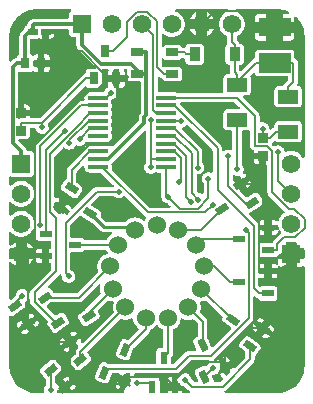
<source format=gtl>
G04 Layer: TopLayer*
G04 EasyEDA v6.5.48, 2025-02-28 21:12:29*
G04 f07ec6733612464396c25f3e913e17d3,f6e0bafd38ec4930a7932960837fbf78,10*
G04 Gerber Generator version 0.2*
G04 Scale: 100 percent, Rotated: No, Reflected: No *
G04 Dimensions in millimeters *
G04 leading zeros omitted , absolute positions ,4 integer and 5 decimal *
%FSLAX45Y45*%
%MOMM*%

%AMMACRO1*21,1,$1,$2,0,0,$3*%
%ADD10C,0.2000*%
%ADD11C,0.3000*%
%ADD12C,0.2540*%
%ADD13MACRO1,2.7X1.635X0.0000*%
%ADD14R,2.7000X1.6350*%
%ADD15R,0.8000X0.9000*%
%ADD16MACRO1,0.54X0.7901X-90.0000*%
%ADD17R,0.9500X1.1500*%
%ADD18R,0.8000X1.0000*%
%ADD19MACRO1,1.0699X0.5999X147.9972*%
%ADD20MACRO1,1.07X0.5999X147.9971*%
%ADD21MACRO1,1.07X0.6001X148.0005*%
%ADD22MACRO1,1.07X0.6001X-65.9984*%
%ADD23MACRO1,1.07X0.6X-65.9965*%
%ADD24MACRO1,1.07X0.6X-66.0015*%
%ADD25MACRO1,1.07X0.6X-143.9995*%
%ADD26MACRO1,1.07X0.6X-144.0003*%
%ADD27MACRO1,1.07X0.6X-143.9992*%
%ADD28R,0.6000X1.0700*%
%ADD29MACRO1,1.07X0.6001X-110.9967*%
%ADD30MACRO1,1.07X0.6X-110.9987*%
%ADD31MACRO1,1.0699X0.6X-111.0002*%
%ADD32MACRO1,1.07X0.6X-141.0008*%
%ADD33MACRO1,1.07X0.6X-140.9997*%
%ADD34MACRO1,1.07X0.6X-141.0014*%
%ADD35R,1.0700X0.6000*%
%ADD36MACRO1,1.07X0.6X-36.0005*%
%ADD37MACRO1,1.07X0.6X-35.9986*%
%ADD38MACRO1,1.07X0.6X-36.0019*%
%ADD39MACRO1,1.07X0.6X-146.9976*%
%ADD40MACRO1,1.07X0.6X-147.0018*%
%ADD41MACRO1,1.07X0.6X-147.0007*%
%ADD42MACRO1,1.07X0.5999X33.0009*%
%ADD43MACRO1,1.07X0.5999X32.9956*%
%ADD44MACRO1,1.07X0.6X32.9956*%
%ADD45MACRO1,0.864X0.8065X0.0000*%
%ADD46R,0.8640X0.8065*%
%ADD47R,1.0000X0.6500*%
%ADD48MACRO1,1.701X1.2075X0.0000*%
%ADD49R,1.7010X1.2075*%
%ADD50O,1.7420082X0.36400740000000004*%
%ADD51R,1.5748X1.5748*%
%ADD52C,1.5748*%
%ADD53C,1.5240*%
%ADD54C,0.5100*%
%ADD55C,0.0115*%

%LPD*%
G36*
X36068Y-468528D02*
G01*
X32156Y-467766D01*
X28905Y-465531D01*
X26670Y-462229D01*
X25908Y-458368D01*
X25908Y-256082D01*
X26873Y-234848D01*
X29514Y-215036D01*
X33883Y-195529D01*
X39928Y-176428D01*
X47650Y-157988D01*
X56896Y-140258D01*
X67665Y-123393D01*
X79908Y-107543D01*
X93421Y-92811D01*
X108204Y-79298D01*
X124104Y-67157D01*
X141020Y-56438D01*
X158750Y-47244D01*
X177292Y-39624D01*
X196392Y-33629D01*
X215900Y-29362D01*
X235762Y-26771D01*
X256082Y-25908D01*
X542645Y-25908D01*
X547014Y-26873D01*
X550519Y-29616D01*
X552500Y-33578D01*
X552602Y-38049D01*
X550824Y-42113D01*
X547420Y-45008D01*
X545744Y-45923D01*
X541121Y-49733D01*
X537311Y-54356D01*
X534517Y-59588D01*
X532790Y-65328D01*
X532130Y-71780D01*
X532130Y-94335D01*
X531368Y-98247D01*
X529183Y-101549D01*
X525881Y-103733D01*
X521970Y-104495D01*
X233984Y-104546D01*
X225348Y-105765D01*
X217373Y-108407D01*
X210058Y-112522D01*
X203250Y-118160D01*
X191465Y-130048D01*
X186232Y-136906D01*
X182422Y-144526D01*
X179120Y-156006D01*
X177292Y-158445D01*
X174853Y-160223D01*
X168452Y-163576D01*
X163830Y-167386D01*
X160070Y-171958D01*
X157276Y-177241D01*
X155549Y-182930D01*
X154838Y-190703D01*
X153924Y-194106D01*
X151892Y-197002D01*
X125222Y-223774D01*
X119938Y-230733D01*
X116230Y-238252D01*
X113893Y-246329D01*
X113080Y-255117D01*
X113080Y-400100D01*
X112420Y-403656D01*
X110591Y-406806D01*
X107746Y-409041D01*
X101701Y-412292D01*
X97078Y-416051D01*
X93268Y-420674D01*
X90474Y-425958D01*
X88900Y-431139D01*
X87122Y-434543D01*
X84226Y-437032D01*
X72186Y-440994D01*
X64871Y-445109D01*
X58064Y-450748D01*
X43230Y-465531D01*
X39979Y-467766D01*
G37*

%LPD*%
G36*
X1452524Y-733806D02*
G01*
X1448003Y-732739D01*
X1440383Y-728929D01*
X1431747Y-726490D01*
X1422349Y-725576D01*
X1293876Y-725576D01*
X1289964Y-724814D01*
X1286662Y-722630D01*
X1284478Y-719328D01*
X1283716Y-715416D01*
X1283716Y-604875D01*
X1284478Y-600964D01*
X1286662Y-597662D01*
X1289964Y-595477D01*
X1293876Y-594715D01*
X1297736Y-595477D01*
X1301038Y-597662D01*
X1305255Y-601878D01*
X1311808Y-607263D01*
X1318768Y-610971D01*
X1322832Y-612190D01*
X1326337Y-614070D01*
X1328826Y-617169D01*
X1331976Y-623011D01*
X1335786Y-627634D01*
X1340358Y-631444D01*
X1345641Y-634238D01*
X1351381Y-635965D01*
X1357782Y-636625D01*
X1456791Y-636625D01*
X1463243Y-635965D01*
X1468932Y-634238D01*
X1474216Y-631444D01*
X1478838Y-627634D01*
X1482598Y-623011D01*
X1485442Y-617778D01*
X1487170Y-612038D01*
X1487830Y-605586D01*
X1487830Y-541578D01*
X1487170Y-535178D01*
X1485442Y-529437D01*
X1482598Y-524154D01*
X1478838Y-519582D01*
X1474216Y-515772D01*
X1468932Y-512978D01*
X1463243Y-511251D01*
X1456791Y-510590D01*
X1357782Y-510590D01*
X1351381Y-511251D01*
X1345641Y-512978D01*
X1342694Y-514553D01*
X1338580Y-515721D01*
X1334312Y-515112D01*
X1330706Y-512775D01*
X1319885Y-501954D01*
X1317701Y-498652D01*
X1316939Y-494792D01*
X1316939Y-451104D01*
X1317752Y-447040D01*
X1320139Y-443687D01*
X1323644Y-441502D01*
X1327759Y-440943D01*
X1331722Y-442061D01*
X1340358Y-449427D01*
X1345641Y-452221D01*
X1351381Y-453948D01*
X1357782Y-454609D01*
X1456791Y-454609D01*
X1463243Y-453948D01*
X1468932Y-452221D01*
X1474216Y-449427D01*
X1478838Y-445617D01*
X1482598Y-441045D01*
X1483360Y-439623D01*
X1486306Y-436219D01*
X1490370Y-434441D01*
X1494790Y-434543D01*
X1498803Y-436524D01*
X1503070Y-440029D01*
X1510842Y-443992D01*
X1514602Y-446125D01*
X1517142Y-449529D01*
X1518056Y-453745D01*
X1518056Y-463397D01*
X1518666Y-469849D01*
X1520393Y-475538D01*
X1523238Y-480822D01*
X1526997Y-485444D01*
X1531620Y-489204D01*
X1536903Y-492048D01*
X1542592Y-493776D01*
X1549044Y-494385D01*
X1643075Y-494385D01*
X1649475Y-493776D01*
X1655216Y-492048D01*
X1660448Y-489204D01*
X1665071Y-485444D01*
X1668881Y-480822D01*
X1671675Y-475538D01*
X1673402Y-469849D01*
X1674063Y-463397D01*
X1674063Y-349402D01*
X1673402Y-342950D01*
X1671675Y-337261D01*
X1668881Y-331978D01*
X1665071Y-327355D01*
X1660448Y-323596D01*
X1655216Y-320751D01*
X1649475Y-319024D01*
X1643075Y-318414D01*
X1549044Y-318414D01*
X1542592Y-319024D01*
X1536903Y-320751D01*
X1531620Y-323596D01*
X1526997Y-327355D01*
X1523238Y-331978D01*
X1520393Y-337261D01*
X1518412Y-343865D01*
X1516329Y-347624D01*
X1512874Y-350164D01*
X1508658Y-351078D01*
X1493469Y-351078D01*
X1489913Y-350418D01*
X1486763Y-348589D01*
X1484528Y-345694D01*
X1482598Y-342188D01*
X1478838Y-337566D01*
X1474216Y-333756D01*
X1468932Y-330962D01*
X1463243Y-329234D01*
X1456791Y-328574D01*
X1357782Y-328574D01*
X1351381Y-329234D01*
X1345641Y-330962D01*
X1340358Y-333756D01*
X1331722Y-341172D01*
X1327759Y-342239D01*
X1323644Y-341680D01*
X1320139Y-339547D01*
X1317752Y-336143D01*
X1316939Y-332130D01*
X1316939Y-241554D01*
X1317650Y-237845D01*
X1319631Y-234645D01*
X1322679Y-232410D01*
X1326337Y-231444D01*
X1330096Y-231851D01*
X1333449Y-233629D01*
X1340916Y-239572D01*
X1352854Y-246837D01*
X1365656Y-252526D01*
X1379118Y-256489D01*
X1392885Y-258724D01*
X1406906Y-259181D01*
X1420825Y-257810D01*
X1434490Y-254711D01*
X1447596Y-249885D01*
X1460042Y-243382D01*
X1471523Y-235407D01*
X1481836Y-226009D01*
X1490929Y-215341D01*
X1498549Y-203606D01*
X1504645Y-191008D01*
X1509064Y-177698D01*
X1511706Y-163982D01*
X1512620Y-150012D01*
X1511706Y-136042D01*
X1509064Y-122275D01*
X1504645Y-109016D01*
X1498549Y-96418D01*
X1490929Y-84683D01*
X1481836Y-74015D01*
X1471523Y-64617D01*
X1460042Y-56591D01*
X1447596Y-50139D01*
X1435303Y-45618D01*
X1431899Y-43484D01*
X1429562Y-40233D01*
X1428699Y-36322D01*
X1429359Y-32359D01*
X1431594Y-28956D01*
X1434896Y-26720D01*
X1438859Y-25908D01*
X1876450Y-25908D01*
X1880514Y-26720D01*
X1883867Y-29108D01*
X1886000Y-32613D01*
X1886610Y-36677D01*
X1885543Y-40640D01*
X1883003Y-43840D01*
X1879346Y-45821D01*
X1873656Y-47498D01*
X1860854Y-53136D01*
X1848916Y-60401D01*
X1837943Y-69138D01*
X1828241Y-79197D01*
X1819859Y-90424D01*
X1813001Y-102616D01*
X1807718Y-115570D01*
X1804212Y-129133D01*
X1802384Y-143002D01*
X1802384Y-157022D01*
X1804212Y-170891D01*
X1807718Y-184404D01*
X1813001Y-197408D01*
X1819859Y-209600D01*
X1828241Y-220827D01*
X1837943Y-230835D01*
X1848916Y-239572D01*
X1860854Y-246837D01*
X1864868Y-248615D01*
X1868017Y-250799D01*
X1870151Y-254050D01*
X1870913Y-257860D01*
X1870913Y-302209D01*
X1871725Y-310591D01*
X1872589Y-313436D01*
X1872996Y-317398D01*
X1871827Y-321208D01*
X1869287Y-324256D01*
X1865528Y-327355D01*
X1861718Y-331978D01*
X1858924Y-337261D01*
X1857197Y-342950D01*
X1856536Y-349402D01*
X1856536Y-463397D01*
X1857197Y-469849D01*
X1858924Y-475538D01*
X1861718Y-480822D01*
X1865528Y-485444D01*
X1870151Y-489204D01*
X1875383Y-492048D01*
X1881124Y-493776D01*
X1884883Y-494131D01*
X1888439Y-495198D01*
X1891385Y-497433D01*
X1893366Y-500583D01*
X1894027Y-504240D01*
X1894027Y-559765D01*
X1894332Y-562864D01*
X1893874Y-567080D01*
X1891741Y-570687D01*
X1888337Y-573176D01*
X1884222Y-574040D01*
X1871268Y-574040D01*
X1864817Y-574700D01*
X1859076Y-576427D01*
X1853844Y-579221D01*
X1849221Y-583031D01*
X1845411Y-587603D01*
X1842617Y-592886D01*
X1840890Y-598627D01*
X1840230Y-605028D01*
X1840230Y-723646D01*
X1839468Y-727506D01*
X1837283Y-730808D01*
X1833981Y-732993D01*
X1830070Y-733806D01*
G37*

%LPC*%
G36*
X1703120Y-249072D02*
G01*
X1714042Y-243382D01*
X1725523Y-235407D01*
X1735836Y-226009D01*
X1744929Y-215341D01*
X1752549Y-203606D01*
X1756359Y-195732D01*
X1703120Y-195732D01*
G37*
G36*
X1611680Y-248970D02*
G01*
X1611680Y-195732D01*
X1558290Y-195732D01*
X1559001Y-197408D01*
X1565859Y-209600D01*
X1574241Y-220827D01*
X1583944Y-230835D01*
X1594916Y-239572D01*
X1606854Y-246837D01*
G37*
G36*
X1558290Y-104292D02*
G01*
X1611680Y-104292D01*
X1611680Y-51054D01*
X1606854Y-53136D01*
X1594916Y-60401D01*
X1583944Y-69138D01*
X1574241Y-79197D01*
X1565859Y-90424D01*
X1559001Y-102616D01*
G37*
G36*
X1703120Y-104292D02*
G01*
X1756359Y-104292D01*
X1752549Y-96418D01*
X1744929Y-84683D01*
X1735836Y-74015D01*
X1725523Y-64617D01*
X1714042Y-56591D01*
X1703120Y-50901D01*
G37*

%LPD*%
G36*
X110439Y-952093D02*
G01*
X106781Y-951077D01*
X103784Y-948842D01*
X101803Y-945642D01*
X101092Y-941933D01*
X101092Y-567537D01*
X101955Y-563422D01*
X104394Y-560019D01*
X108051Y-557885D01*
X112217Y-557428D01*
X119126Y-558088D01*
X198120Y-558088D01*
X204571Y-557479D01*
X210261Y-555752D01*
X215544Y-552907D01*
X220725Y-548386D01*
X224231Y-545642D01*
X228600Y-544677D01*
X232968Y-545642D01*
X241655Y-552907D01*
X246938Y-555752D01*
X252628Y-557479D01*
X259079Y-558088D01*
X272237Y-558088D01*
X272237Y-511454D01*
X239267Y-511454D01*
X235407Y-510692D01*
X232105Y-508457D01*
X229870Y-505155D01*
X229108Y-501294D01*
X229108Y-463905D01*
X229870Y-460044D01*
X232105Y-456742D01*
X235407Y-454507D01*
X239267Y-453745D01*
X272237Y-453745D01*
X272237Y-407111D01*
X259079Y-407111D01*
X252628Y-407720D01*
X246938Y-409448D01*
X241655Y-412292D01*
X236474Y-416814D01*
X232968Y-419557D01*
X228600Y-420522D01*
X224231Y-419557D01*
X215544Y-412292D01*
X209448Y-409041D01*
X206603Y-406755D01*
X204774Y-403656D01*
X204114Y-400100D01*
X204114Y-283565D01*
X204876Y-279654D01*
X207060Y-276402D01*
X210362Y-274167D01*
X214274Y-273405D01*
X263906Y-273405D01*
X270357Y-272796D01*
X276453Y-270916D01*
X279400Y-270459D01*
X282346Y-270916D01*
X288442Y-272796D01*
X294894Y-273405D01*
X307797Y-273405D01*
X307797Y-235762D01*
X305054Y-235762D01*
X301193Y-235000D01*
X297891Y-232765D01*
X295656Y-229463D01*
X294894Y-225602D01*
X294894Y-206197D01*
X295656Y-202336D01*
X297891Y-199034D01*
X301193Y-196799D01*
X305054Y-196037D01*
X314706Y-196037D01*
X317957Y-195529D01*
X349859Y-195529D01*
X353110Y-196037D01*
X410819Y-196037D01*
X414070Y-195529D01*
X521970Y-195529D01*
X525881Y-196291D01*
X529183Y-198475D01*
X531368Y-201777D01*
X532130Y-205689D01*
X532130Y-228244D01*
X532790Y-234696D01*
X534517Y-240385D01*
X537311Y-245668D01*
X541121Y-250291D01*
X545744Y-254050D01*
X551027Y-256895D01*
X556717Y-258622D01*
X563168Y-259232D01*
X585724Y-259232D01*
X589635Y-259994D01*
X592937Y-262229D01*
X595122Y-265531D01*
X595884Y-269392D01*
X595934Y-329133D01*
X597154Y-337769D01*
X599795Y-345744D01*
X603910Y-353060D01*
X609549Y-359867D01*
X762101Y-512470D01*
X764336Y-515772D01*
X765098Y-519633D01*
X764336Y-523544D01*
X762101Y-526796D01*
X758799Y-529031D01*
X754938Y-529793D01*
X703681Y-529793D01*
X697230Y-530453D01*
X691540Y-532180D01*
X686257Y-534974D01*
X681634Y-538784D01*
X677875Y-543356D01*
X675030Y-548640D01*
X673303Y-554380D01*
X672693Y-560781D01*
X672693Y-562965D01*
X671779Y-567182D01*
X669239Y-570585D01*
X657707Y-576681D01*
X651154Y-582015D01*
X286816Y-946403D01*
X283514Y-948588D01*
X279603Y-949350D01*
X210870Y-949350D01*
X206959Y-948588D01*
X203657Y-946403D01*
X201472Y-943102D01*
X200710Y-939190D01*
X200710Y-929081D01*
X154940Y-929081D01*
X154940Y-939190D01*
X154178Y-943102D01*
X151993Y-946403D01*
X148691Y-948588D01*
X144780Y-949350D01*
X127508Y-949350D01*
X119126Y-950163D01*
X114198Y-951687D01*
G37*

%LPC*%
G36*
X154940Y-876046D02*
G01*
X200710Y-876046D01*
X200710Y-862736D01*
X200050Y-856335D01*
X198323Y-850595D01*
X195529Y-845312D01*
X191719Y-840740D01*
X187096Y-836930D01*
X181864Y-834136D01*
X176123Y-832358D01*
X169722Y-831748D01*
X154940Y-831748D01*
G37*
G36*
X324916Y-558088D02*
G01*
X338074Y-558088D01*
X344525Y-557479D01*
X350266Y-555752D01*
X355498Y-552907D01*
X360121Y-549148D01*
X363931Y-544525D01*
X366725Y-539242D01*
X368452Y-533552D01*
X369112Y-527100D01*
X369112Y-511454D01*
X324916Y-511454D01*
G37*
G36*
X324916Y-453745D02*
G01*
X369112Y-453745D01*
X369112Y-438099D01*
X368452Y-431647D01*
X366725Y-425958D01*
X363931Y-420674D01*
X360121Y-416051D01*
X355498Y-412292D01*
X350266Y-409448D01*
X344525Y-407720D01*
X338074Y-407111D01*
X324916Y-407111D01*
G37*
G36*
X360019Y-273405D02*
G01*
X372922Y-273405D01*
X379374Y-272796D01*
X385064Y-271018D01*
X390347Y-268224D01*
X394970Y-264414D01*
X398729Y-259842D01*
X401523Y-254558D01*
X403301Y-248818D01*
X403910Y-242417D01*
X403910Y-235762D01*
X360019Y-235762D01*
G37*

%LPD*%
G36*
X907643Y-1181658D02*
G01*
X904087Y-1181303D01*
X900887Y-1179728D01*
X823468Y-1179728D01*
X819454Y-1180592D01*
X739952Y-1180592D01*
X735888Y-1179728D01*
X671068Y-1179728D01*
X667156Y-1178966D01*
X663854Y-1176782D01*
X661670Y-1173480D01*
X660908Y-1169568D01*
X661670Y-1165707D01*
X663854Y-1162405D01*
X665175Y-1161084D01*
X670712Y-1153160D01*
X672947Y-1150874D01*
X675843Y-1149350D01*
X679043Y-1148842D01*
X735888Y-1148842D01*
X739952Y-1148029D01*
X819454Y-1148029D01*
X823518Y-1148842D01*
X894587Y-1148842D01*
X892149Y-1142593D01*
X888796Y-1137158D01*
X887425Y-1133652D01*
X887425Y-1129944D01*
X888796Y-1126439D01*
X892149Y-1121003D01*
X895400Y-1112621D01*
X897077Y-1103782D01*
X897077Y-1094790D01*
X895400Y-1086002D01*
X892149Y-1077620D01*
X888796Y-1072134D01*
X887425Y-1068679D01*
X887425Y-1064920D01*
X888796Y-1061466D01*
X892149Y-1055979D01*
X895400Y-1047597D01*
X897077Y-1038809D01*
X897077Y-1029817D01*
X895400Y-1020978D01*
X892149Y-1012596D01*
X888796Y-1007160D01*
X887425Y-1003655D01*
X887425Y-999947D01*
X888796Y-996442D01*
X892149Y-991006D01*
X895400Y-982624D01*
X897077Y-973785D01*
X897077Y-964793D01*
X895400Y-956005D01*
X892149Y-947623D01*
X888796Y-942136D01*
X887425Y-938682D01*
X887425Y-934923D01*
X888796Y-931468D01*
X892149Y-925982D01*
X895400Y-917600D01*
X897077Y-908812D01*
X897077Y-899820D01*
X895400Y-890981D01*
X892149Y-882599D01*
X888796Y-877163D01*
X887425Y-873658D01*
X887425Y-869950D01*
X888796Y-866444D01*
X892149Y-861009D01*
X895400Y-852627D01*
X897077Y-843787D01*
X897077Y-834796D01*
X895400Y-826008D01*
X892149Y-817625D01*
X888796Y-812139D01*
X887425Y-808685D01*
X887425Y-804926D01*
X888796Y-801471D01*
X892149Y-795985D01*
X893927Y-791464D01*
X895502Y-788720D01*
X897890Y-786587D01*
X900785Y-785317D01*
X906373Y-783793D01*
X915212Y-779678D01*
X923239Y-774090D01*
X930097Y-767181D01*
X935736Y-759206D01*
X939850Y-750366D01*
X942390Y-740918D01*
X943203Y-731215D01*
X942390Y-721512D01*
X939850Y-712063D01*
X935736Y-703224D01*
X930097Y-695248D01*
X923239Y-688340D01*
X915212Y-682752D01*
X912723Y-681583D01*
X909624Y-679348D01*
X907592Y-676097D01*
X906830Y-672388D01*
X906830Y-641654D01*
X862685Y-641654D01*
X862685Y-659790D01*
X863346Y-666242D01*
X864666Y-670610D01*
X865073Y-674166D01*
X864209Y-677672D01*
X862177Y-680669D01*
X851255Y-688340D01*
X844397Y-695248D01*
X838758Y-703224D01*
X834644Y-712063D01*
X833069Y-718058D01*
X831037Y-721969D01*
X827532Y-724662D01*
X823214Y-725576D01*
X711250Y-725576D01*
X701852Y-726490D01*
X693216Y-728929D01*
X685190Y-732942D01*
X678027Y-738327D01*
X671982Y-744982D01*
X667258Y-752602D01*
X664006Y-760984D01*
X662330Y-769823D01*
X662330Y-778814D01*
X663854Y-786739D01*
X663702Y-791159D01*
X661670Y-795121D01*
X658164Y-797814D01*
X653846Y-798779D01*
X630529Y-798779D01*
X622147Y-799592D01*
X614578Y-801928D01*
X607568Y-805637D01*
X601065Y-811022D01*
X376021Y-1036015D01*
X372567Y-1038301D01*
X368554Y-1039012D01*
X364540Y-1038047D01*
X361238Y-1035608D01*
X359206Y-1032052D01*
X358698Y-1027988D01*
X359105Y-1023670D01*
X358241Y-1013968D01*
X355701Y-1004519D01*
X354736Y-1002436D01*
X353822Y-998474D01*
X354533Y-994410D01*
X356768Y-990955D01*
X666648Y-681126D01*
X670153Y-678840D01*
X674319Y-678180D01*
X678383Y-679196D01*
X686257Y-685647D01*
X691540Y-688441D01*
X697230Y-690168D01*
X703681Y-690829D01*
X782675Y-690829D01*
X789127Y-690168D01*
X794867Y-688441D01*
X800100Y-685647D01*
X804722Y-681837D01*
X808532Y-677214D01*
X811326Y-671931D01*
X813053Y-666242D01*
X813714Y-659790D01*
X813714Y-560781D01*
X813053Y-554380D01*
X811326Y-548640D01*
X809853Y-545947D01*
X808685Y-541934D01*
X809244Y-537819D01*
X811377Y-534263D01*
X814781Y-531825D01*
X818845Y-530961D01*
X857554Y-530961D01*
X861618Y-531825D01*
X865022Y-534263D01*
X867156Y-537819D01*
X867664Y-541934D01*
X866495Y-545947D01*
X865073Y-548640D01*
X863346Y-554380D01*
X862685Y-560781D01*
X862685Y-578967D01*
X906830Y-578967D01*
X906830Y-541121D01*
X907643Y-537260D01*
X909828Y-533958D01*
X913130Y-531774D01*
X916990Y-530961D01*
X949401Y-530961D01*
X953262Y-531774D01*
X956564Y-533958D01*
X958799Y-537260D01*
X959561Y-541121D01*
X959561Y-578967D01*
X1003706Y-578967D01*
X1003706Y-560781D01*
X1003096Y-554380D01*
X1001318Y-548640D01*
X999896Y-545947D01*
X998728Y-541934D01*
X999236Y-537819D01*
X1001369Y-534263D01*
X1004773Y-531825D01*
X1008837Y-530961D01*
X1016660Y-530961D01*
X1020521Y-531774D01*
X1023823Y-533958D01*
X1026007Y-537260D01*
X1026820Y-541121D01*
X1026820Y-605586D01*
X1027430Y-612038D01*
X1029157Y-617778D01*
X1032002Y-623011D01*
X1035761Y-627634D01*
X1040384Y-631444D01*
X1045667Y-634238D01*
X1051356Y-635965D01*
X1057808Y-636625D01*
X1129690Y-636625D01*
X1133551Y-637387D01*
X1136853Y-639572D01*
X1139088Y-642874D01*
X1139850Y-646785D01*
X1139850Y-900684D01*
X1139037Y-904697D01*
X1131620Y-914755D01*
X1127912Y-922274D01*
X1125575Y-930351D01*
X1124762Y-939139D01*
X1124762Y-963828D01*
X1124000Y-967689D01*
X1121816Y-970991D01*
X914044Y-1178712D01*
X911148Y-1180795D01*
G37*

%LPC*%
G36*
X959561Y-690829D02*
G01*
X972718Y-690829D01*
X979119Y-690168D01*
X984859Y-688441D01*
X990142Y-685647D01*
X994714Y-681837D01*
X998524Y-677214D01*
X1001318Y-671931D01*
X1003096Y-666242D01*
X1003706Y-659790D01*
X1003706Y-641654D01*
X959561Y-641654D01*
G37*

%LPD*%
G36*
X1842414Y-1225296D02*
G01*
X1837994Y-1225092D01*
X1834083Y-1223060D01*
X1831441Y-1219555D01*
X1830476Y-1215288D01*
X1830476Y-1205077D01*
X1829663Y-1196695D01*
X1827326Y-1189126D01*
X1823618Y-1182116D01*
X1818233Y-1175613D01*
X1474774Y-832154D01*
X1472590Y-828852D01*
X1471828Y-824941D01*
X1472590Y-821080D01*
X1474774Y-817778D01*
X1478076Y-815594D01*
X1481988Y-814781D01*
X1932686Y-814781D01*
X1936597Y-815594D01*
X1939899Y-817778D01*
X1974545Y-852474D01*
X1976780Y-855726D01*
X1977542Y-859637D01*
X1976780Y-863498D01*
X1974545Y-866800D01*
X1971293Y-869035D01*
X1967382Y-869797D01*
X1871268Y-869797D01*
X1864817Y-870407D01*
X1859076Y-872185D01*
X1853844Y-874979D01*
X1849221Y-878789D01*
X1845411Y-883361D01*
X1842617Y-888644D01*
X1840890Y-894334D01*
X1840230Y-900785D01*
X1840230Y-1020571D01*
X1840890Y-1026972D01*
X1842617Y-1032713D01*
X1845411Y-1037996D01*
X1849221Y-1042568D01*
X1853844Y-1046378D01*
X1859076Y-1049172D01*
X1864817Y-1050899D01*
X1871268Y-1051560D01*
X1905152Y-1051560D01*
X1909013Y-1052322D01*
X1912315Y-1054557D01*
X1914499Y-1057808D01*
X1915312Y-1061720D01*
X1915312Y-1209090D01*
X1914499Y-1213104D01*
X1912213Y-1216406D01*
X1908759Y-1218590D01*
X1904796Y-1219250D01*
X1900834Y-1218336D01*
X1897481Y-1216761D01*
X1888032Y-1214221D01*
X1878330Y-1213358D01*
X1868627Y-1214221D01*
X1859178Y-1216761D01*
X1850339Y-1220876D01*
X1846478Y-1223568D01*
G37*

%LPD*%
G36*
X238404Y-1241704D02*
G01*
X234391Y-1240586D01*
X231190Y-1237996D01*
X227279Y-1233220D01*
X222656Y-1229461D01*
X217373Y-1226616D01*
X211683Y-1224889D01*
X205232Y-1224280D01*
X181203Y-1224280D01*
X177088Y-1223365D01*
X173685Y-1220927D01*
X171551Y-1217320D01*
X168605Y-1208328D01*
X164490Y-1201013D01*
X158851Y-1194206D01*
X106019Y-1141374D01*
X103835Y-1138123D01*
X103073Y-1134211D01*
X103835Y-1130300D01*
X106019Y-1127048D01*
X109321Y-1124813D01*
X113233Y-1124051D01*
X169722Y-1124051D01*
X176123Y-1123442D01*
X181864Y-1121664D01*
X187096Y-1118870D01*
X191719Y-1115060D01*
X195529Y-1110488D01*
X198323Y-1105204D01*
X200050Y-1099464D01*
X200710Y-1093063D01*
X200710Y-1040536D01*
X201472Y-1036624D01*
X203657Y-1033322D01*
X206959Y-1031138D01*
X210870Y-1030376D01*
X239420Y-1030376D01*
X243687Y-1031341D01*
X247192Y-1033983D01*
X249224Y-1037894D01*
X250545Y-1042822D01*
X254660Y-1051661D01*
X260248Y-1059637D01*
X267157Y-1066546D01*
X275132Y-1072134D01*
X283972Y-1076248D01*
X293420Y-1078788D01*
X303123Y-1079652D01*
X307441Y-1079246D01*
X311505Y-1079754D01*
X315061Y-1081786D01*
X317500Y-1085088D01*
X318465Y-1089101D01*
X317754Y-1093114D01*
X315468Y-1096568D01*
X261416Y-1150620D01*
X256082Y-1157173D01*
X252323Y-1164132D01*
X250037Y-1171752D01*
X249224Y-1180134D01*
X249224Y-1231544D01*
X248361Y-1235608D01*
X245973Y-1238961D01*
X242468Y-1241094D01*
G37*

%LPD*%
G36*
X2514600Y-1284478D02*
G01*
X2510485Y-1282649D01*
X2507640Y-1279245D01*
X2506421Y-1276858D01*
X2498394Y-1265377D01*
X2488996Y-1255014D01*
X2478328Y-1245971D01*
X2466594Y-1238351D01*
X2453995Y-1232255D01*
X2440686Y-1227836D01*
X2426970Y-1225194D01*
X2413000Y-1224280D01*
X2399030Y-1225194D01*
X2385314Y-1227836D01*
X2371191Y-1232560D01*
X2367584Y-1233068D01*
X2364028Y-1232306D01*
X2360980Y-1230274D01*
X2358796Y-1227328D01*
X2357780Y-1222705D01*
X2355240Y-1213256D01*
X2351125Y-1204417D01*
X2345486Y-1196441D01*
X2338628Y-1189532D01*
X2330602Y-1183944D01*
X2321763Y-1179830D01*
X2312365Y-1177290D01*
X2302611Y-1176426D01*
X2292908Y-1177290D01*
X2283510Y-1179830D01*
X2274874Y-1183843D01*
X2270861Y-1184808D01*
X2266797Y-1184097D01*
X2263394Y-1181811D01*
X2252675Y-1171092D01*
X2250541Y-1167993D01*
X2249728Y-1164336D01*
X2250236Y-1160576D01*
X2252116Y-1157325D01*
X2255062Y-1154938D01*
X2260396Y-1152093D01*
X2271268Y-1143406D01*
X2274874Y-1142542D01*
X2278532Y-1143050D01*
X2281834Y-1144828D01*
X2285644Y-1147978D01*
X2290876Y-1150772D01*
X2296617Y-1152499D01*
X2303068Y-1153160D01*
X2472131Y-1153160D01*
X2478582Y-1152499D01*
X2484323Y-1150772D01*
X2489555Y-1147978D01*
X2494178Y-1144168D01*
X2497988Y-1139596D01*
X2500782Y-1134313D01*
X2502509Y-1128572D01*
X2503170Y-1122172D01*
X2503170Y-1002385D01*
X2502509Y-995934D01*
X2500782Y-990244D01*
X2497988Y-984961D01*
X2494178Y-980389D01*
X2489555Y-976579D01*
X2484323Y-973785D01*
X2478582Y-972007D01*
X2472131Y-971397D01*
X2303068Y-971397D01*
X2296617Y-972007D01*
X2290876Y-973785D01*
X2285644Y-976579D01*
X2281021Y-980389D01*
X2277211Y-984961D01*
X2274417Y-990244D01*
X2272690Y-995934D01*
X2272030Y-1002385D01*
X2272030Y-1014933D01*
X2271115Y-1019149D01*
X2268575Y-1022553D01*
X2257044Y-1028649D01*
X2250897Y-1033678D01*
X2245461Y-1040333D01*
X2242362Y-1042873D01*
X2238552Y-1043990D01*
X2234590Y-1043584D01*
X2231085Y-1041704D01*
X2228596Y-1038606D01*
X2227478Y-1034796D01*
X2226818Y-1027379D01*
X2224278Y-1017981D01*
X2220163Y-1009142D01*
X2214575Y-1001115D01*
X2207666Y-994257D01*
X2199690Y-988618D01*
X2190851Y-984503D01*
X2181402Y-982014D01*
X2171700Y-981151D01*
X2161997Y-982014D01*
X2158238Y-982980D01*
X2154529Y-983284D01*
X2150973Y-982218D01*
X2148027Y-979982D01*
X2146096Y-976833D01*
X2145436Y-973175D01*
X2145436Y-926033D01*
X2144623Y-917651D01*
X2142286Y-910031D01*
X2138578Y-903071D01*
X2133193Y-896518D01*
X2009851Y-773125D01*
X2007616Y-769874D01*
X2006854Y-765962D01*
X2007616Y-762101D01*
X2009851Y-758799D01*
X2013102Y-756564D01*
X2017014Y-755802D01*
X2040331Y-755802D01*
X2046782Y-755192D01*
X2052523Y-753414D01*
X2057755Y-750620D01*
X2062378Y-746810D01*
X2066188Y-742238D01*
X2068982Y-736955D01*
X2070709Y-731266D01*
X2071370Y-724814D01*
X2071370Y-605028D01*
X2070709Y-598627D01*
X2069033Y-593039D01*
X2068626Y-589432D01*
X2069490Y-585927D01*
X2071573Y-582930D01*
X2091131Y-563372D01*
X2094280Y-561238D01*
X2097989Y-560374D01*
X2101748Y-560984D01*
X2104999Y-562914D01*
X2107336Y-565912D01*
X2110181Y-575360D01*
X2112975Y-580644D01*
X2116785Y-585216D01*
X2121357Y-589026D01*
X2126640Y-591820D01*
X2132380Y-593547D01*
X2138781Y-594207D01*
X2380691Y-594207D01*
X2384552Y-594969D01*
X2387854Y-597204D01*
X2390038Y-600456D01*
X2390851Y-604367D01*
X2390851Y-618388D01*
X2390038Y-622249D01*
X2387854Y-625551D01*
X2359304Y-654100D01*
X2353970Y-660654D01*
X2347874Y-672185D01*
X2344470Y-674725D01*
X2340254Y-675640D01*
X2303068Y-675640D01*
X2296617Y-676300D01*
X2290876Y-678027D01*
X2285644Y-680821D01*
X2281021Y-684631D01*
X2277211Y-689203D01*
X2274417Y-694486D01*
X2272690Y-700227D01*
X2272030Y-706628D01*
X2272030Y-826414D01*
X2272690Y-832866D01*
X2274417Y-838555D01*
X2277211Y-843838D01*
X2281021Y-848410D01*
X2285644Y-852220D01*
X2290876Y-855014D01*
X2296617Y-856792D01*
X2303068Y-857402D01*
X2472131Y-857402D01*
X2478582Y-856792D01*
X2484323Y-855014D01*
X2489555Y-852220D01*
X2494178Y-848410D01*
X2497988Y-843838D01*
X2500782Y-838555D01*
X2502509Y-832866D01*
X2503170Y-826414D01*
X2503170Y-706628D01*
X2502509Y-700227D01*
X2500782Y-694486D01*
X2497988Y-689203D01*
X2494178Y-684631D01*
X2489555Y-680821D01*
X2484323Y-678027D01*
X2478582Y-676300D01*
X2473452Y-675792D01*
X2469692Y-674624D01*
X2466594Y-672084D01*
X2464714Y-668629D01*
X2464358Y-664667D01*
X2465476Y-660857D01*
X2468727Y-654862D01*
X2471013Y-647242D01*
X2471826Y-638860D01*
X2471826Y-482447D01*
X2471013Y-474065D01*
X2468727Y-466445D01*
X2464968Y-459485D01*
X2459939Y-453339D01*
X2453792Y-448309D01*
X2442260Y-442214D01*
X2439720Y-438810D01*
X2438806Y-434593D01*
X2438806Y-400710D01*
X2438146Y-394258D01*
X2436418Y-388569D01*
X2433624Y-383286D01*
X2429814Y-378663D01*
X2425242Y-374853D01*
X2419959Y-372059D01*
X2414219Y-370332D01*
X2407818Y-369671D01*
X2138781Y-369671D01*
X2132380Y-370332D01*
X2126640Y-372059D01*
X2121357Y-374853D01*
X2116785Y-378663D01*
X2112975Y-383286D01*
X2110181Y-388569D01*
X2108454Y-394258D01*
X2107793Y-400710D01*
X2107793Y-434593D01*
X2106879Y-438810D01*
X2104339Y-442214D01*
X2092807Y-448309D01*
X2086254Y-453643D01*
X1992934Y-546963D01*
X1989632Y-549198D01*
X1985772Y-549960D01*
X1981860Y-549198D01*
X1977999Y-546455D01*
X1975815Y-543153D01*
X1975053Y-539242D01*
X1975053Y-504240D01*
X1975713Y-500583D01*
X1977694Y-497433D01*
X1980641Y-495198D01*
X1984197Y-494131D01*
X1988007Y-493776D01*
X1993696Y-492048D01*
X1998980Y-489204D01*
X2003602Y-485444D01*
X2007362Y-480822D01*
X2010206Y-475538D01*
X2011934Y-469849D01*
X2012543Y-463397D01*
X2012543Y-349402D01*
X2011934Y-342950D01*
X2010206Y-337261D01*
X2007362Y-331978D01*
X2003602Y-327355D01*
X1998980Y-323596D01*
X1993696Y-320751D01*
X1988007Y-319024D01*
X1981047Y-318363D01*
X1977491Y-317347D01*
X1974545Y-315112D01*
X1968195Y-303377D01*
X1962810Y-296875D01*
X1954885Y-288899D01*
X1952701Y-285597D01*
X1951888Y-281736D01*
X1951888Y-257962D01*
X1952548Y-254355D01*
X1954479Y-251206D01*
X1957374Y-248970D01*
X1968042Y-243382D01*
X1979523Y-235407D01*
X1989836Y-226009D01*
X1998929Y-215341D01*
X2006549Y-203606D01*
X2012645Y-191008D01*
X2017064Y-177698D01*
X2019706Y-163982D01*
X2020620Y-150012D01*
X2019706Y-136042D01*
X2017064Y-122275D01*
X2012645Y-109016D01*
X2006549Y-96418D01*
X1998929Y-84683D01*
X1989836Y-74015D01*
X1979523Y-64617D01*
X1968042Y-56591D01*
X1955596Y-50139D01*
X1943303Y-45618D01*
X1939899Y-43484D01*
X1937562Y-40233D01*
X1936699Y-36322D01*
X1937359Y-32359D01*
X1939594Y-28956D01*
X1942896Y-26720D01*
X1946859Y-25908D01*
X2296617Y-25908D01*
X2317800Y-26873D01*
X2337663Y-29514D01*
X2357170Y-33883D01*
X2376271Y-39928D01*
X2392476Y-46634D01*
X2395778Y-48869D01*
X2397963Y-52171D01*
X2398725Y-56032D01*
X2397963Y-59943D01*
X2395778Y-63195D01*
X2392476Y-65430D01*
X2388565Y-66192D01*
X2347163Y-66192D01*
X2347163Y-131216D01*
X2438806Y-131216D01*
X2438806Y-97180D01*
X2439568Y-93319D01*
X2441702Y-90068D01*
X2444851Y-87884D01*
X2448661Y-87020D01*
X2452522Y-87630D01*
X2455824Y-89662D01*
X2459888Y-93421D01*
X2473350Y-108204D01*
X2485542Y-124104D01*
X2496261Y-141020D01*
X2505456Y-158750D01*
X2513076Y-177292D01*
X2519019Y-196392D01*
X2523337Y-215900D01*
X2525928Y-235762D01*
X2526792Y-256082D01*
X2526792Y-1274521D01*
X2525826Y-1278890D01*
X2523032Y-1282395D01*
X2519070Y-1284376D01*
G37*

%LPC*%
G36*
X2138781Y-290728D02*
G01*
X2199436Y-290728D01*
X2199436Y-225653D01*
X2107793Y-225653D01*
X2107793Y-259689D01*
X2108454Y-266141D01*
X2110181Y-271830D01*
X2112975Y-277114D01*
X2116785Y-281736D01*
X2121357Y-285546D01*
X2126640Y-288340D01*
X2132380Y-290068D01*
G37*
G36*
X2347163Y-290728D02*
G01*
X2407818Y-290728D01*
X2414219Y-290068D01*
X2419959Y-288340D01*
X2425242Y-285546D01*
X2429814Y-281736D01*
X2433624Y-277114D01*
X2436418Y-271830D01*
X2438146Y-266141D01*
X2438806Y-259689D01*
X2438806Y-225653D01*
X2347163Y-225653D01*
G37*
G36*
X2107793Y-131216D02*
G01*
X2199436Y-131216D01*
X2199436Y-66192D01*
X2138781Y-66192D01*
X2132380Y-66852D01*
X2126640Y-68580D01*
X2121357Y-71374D01*
X2116785Y-75184D01*
X2112975Y-79756D01*
X2110181Y-85039D01*
X2108454Y-90779D01*
X2107793Y-97180D01*
G37*

%LPD*%
G36*
X239166Y-1556410D02*
G01*
X235305Y-1555699D01*
X232003Y-1553565D01*
X229768Y-1550365D01*
X223824Y-1537004D01*
X216560Y-1525016D01*
X207873Y-1514043D01*
X197815Y-1504340D01*
X186588Y-1495958D01*
X174396Y-1489100D01*
X161442Y-1483817D01*
X147878Y-1480312D01*
X134010Y-1478483D01*
X119989Y-1478483D01*
X106121Y-1480312D01*
X92557Y-1483817D01*
X79603Y-1489100D01*
X67411Y-1495958D01*
X56184Y-1504340D01*
X46126Y-1514043D01*
X43992Y-1516735D01*
X40792Y-1519377D01*
X36830Y-1520545D01*
X32715Y-1519986D01*
X29159Y-1517853D01*
X26771Y-1514449D01*
X25908Y-1510385D01*
X25908Y-1450848D01*
X26619Y-1447139D01*
X28600Y-1443939D01*
X31648Y-1441704D01*
X35255Y-1440688D01*
X39014Y-1441094D01*
X42316Y-1442110D01*
X48768Y-1442770D01*
X205232Y-1442770D01*
X211683Y-1442110D01*
X217373Y-1440383D01*
X222656Y-1437538D01*
X227279Y-1433779D01*
X231190Y-1429004D01*
X234391Y-1426413D01*
X238404Y-1425295D01*
X242468Y-1425905D01*
X245973Y-1428038D01*
X248361Y-1431391D01*
X249224Y-1435455D01*
X249224Y-1546250D01*
X248462Y-1550111D01*
X246278Y-1553362D01*
X243027Y-1555597D01*
G37*

%LPD*%
G36*
X1661566Y-1589786D02*
G01*
X1657604Y-1588871D01*
X1648002Y-1584401D01*
X1638604Y-1581861D01*
X1633982Y-1581454D01*
X1630578Y-1580540D01*
X1627682Y-1578508D01*
X1615643Y-1566468D01*
X1613458Y-1563166D01*
X1612646Y-1559255D01*
X1612646Y-1432610D01*
X1613357Y-1428902D01*
X1615338Y-1425702D01*
X1618335Y-1423466D01*
X1621942Y-1422450D01*
X1630578Y-1421739D01*
X1639976Y-1419199D01*
X1648815Y-1415084D01*
X1655572Y-1410360D01*
X1659229Y-1408734D01*
X1662074Y-1408734D01*
X1662125Y-1406296D01*
X1663700Y-1402588D01*
X1669338Y-1394561D01*
X1673453Y-1385722D01*
X1675993Y-1376324D01*
X1676806Y-1366621D01*
X1675993Y-1356868D01*
X1673453Y-1347470D01*
X1669338Y-1338630D01*
X1663192Y-1329893D01*
X1661820Y-1327099D01*
X1661363Y-1324051D01*
X1661363Y-1230172D01*
X1660550Y-1221790D01*
X1658213Y-1214170D01*
X1654505Y-1207211D01*
X1649120Y-1200658D01*
X1491132Y-1042669D01*
X1488846Y-1039164D01*
X1488186Y-1034948D01*
X1489303Y-1030884D01*
X1491945Y-1027582D01*
X1495704Y-1025702D01*
X1499209Y-1024737D01*
X1508048Y-1020622D01*
X1516024Y-1015034D01*
X1522374Y-1008684D01*
X1525676Y-1006449D01*
X1529588Y-1005687D01*
X1533448Y-1006449D01*
X1536750Y-1008684D01*
X1746504Y-1218387D01*
X1748688Y-1221689D01*
X1749450Y-1225600D01*
X1749450Y-1400251D01*
X1748637Y-1404213D01*
X1746351Y-1407566D01*
X1742948Y-1409700D01*
X1738934Y-1410411D01*
X1735023Y-1409446D01*
X1731721Y-1407922D01*
X1722272Y-1405382D01*
X1712569Y-1404518D01*
X1702866Y-1405382D01*
X1693418Y-1407922D01*
X1684578Y-1412036D01*
X1677873Y-1416761D01*
X1674164Y-1418336D01*
X1671370Y-1418386D01*
X1671320Y-1420825D01*
X1669694Y-1424533D01*
X1664106Y-1432509D01*
X1659991Y-1441348D01*
X1657451Y-1450797D01*
X1656588Y-1460500D01*
X1657451Y-1470202D01*
X1659991Y-1479651D01*
X1664106Y-1488490D01*
X1670202Y-1497228D01*
X1671574Y-1499971D01*
X1672082Y-1503070D01*
X1672082Y-1579626D01*
X1671269Y-1583639D01*
X1668983Y-1586941D01*
X1665528Y-1589125D01*
G37*

%LPD*%
G36*
X1220266Y-1705610D02*
G01*
X1216406Y-1704848D01*
X1213104Y-1702663D01*
X896619Y-1386179D01*
X894486Y-1382979D01*
X893673Y-1379169D01*
X894334Y-1375359D01*
X895400Y-1372616D01*
X897077Y-1363776D01*
X897077Y-1354785D01*
X895400Y-1345996D01*
X892200Y-1337767D01*
X891540Y-1333601D01*
X892606Y-1329537D01*
X895350Y-1326134D01*
X1166114Y-1055370D01*
X1169416Y-1053185D01*
X1173327Y-1052423D01*
X1177188Y-1053185D01*
X1180490Y-1055370D01*
X1182674Y-1058672D01*
X1183487Y-1062583D01*
X1183487Y-1318818D01*
X1182979Y-1321917D01*
X1181608Y-1324660D01*
X1175512Y-1333398D01*
X1171397Y-1342237D01*
X1168857Y-1351686D01*
X1167993Y-1361389D01*
X1168857Y-1371092D01*
X1171397Y-1380540D01*
X1175512Y-1389380D01*
X1181100Y-1397355D01*
X1188008Y-1404264D01*
X1195984Y-1409852D01*
X1204823Y-1413967D01*
X1214272Y-1416507D01*
X1223975Y-1417370D01*
X1233678Y-1416507D01*
X1243126Y-1413967D01*
X1252016Y-1409801D01*
X1258062Y-1405788D01*
X1262126Y-1404162D01*
X1266494Y-1404416D01*
X1276045Y-1407109D01*
X1285443Y-1408023D01*
X1303223Y-1408023D01*
X1307134Y-1408785D01*
X1310436Y-1410970D01*
X1312621Y-1414272D01*
X1313383Y-1418183D01*
X1313383Y-1595120D01*
X1314196Y-1603502D01*
X1315161Y-1606651D01*
X1315567Y-1610512D01*
X1315364Y-1613052D01*
X1316228Y-1622755D01*
X1318717Y-1632153D01*
X1322832Y-1640992D01*
X1328470Y-1649018D01*
X1335328Y-1655876D01*
X1343355Y-1661515D01*
X1352194Y-1665630D01*
X1361592Y-1668170D01*
X1366215Y-1668525D01*
X1369618Y-1669440D01*
X1372514Y-1671472D01*
X1389278Y-1688287D01*
X1391462Y-1691589D01*
X1392275Y-1695450D01*
X1391462Y-1699361D01*
X1389278Y-1702663D01*
X1385976Y-1704848D01*
X1382115Y-1705610D01*
G37*

%LPD*%
G36*
X511860Y-1764030D02*
G01*
X507593Y-1762556D01*
X471271Y-1739849D01*
X460756Y-1756714D01*
X458317Y-1759407D01*
X455117Y-1761032D01*
X451459Y-1761439D01*
X447954Y-1760575D01*
X444957Y-1758492D01*
X412496Y-1726031D01*
X410311Y-1722729D01*
X409498Y-1718818D01*
X409905Y-1713941D01*
X411073Y-1711350D01*
X415137Y-1704797D01*
X411734Y-1702003D01*
X410108Y-1699006D01*
X409498Y-1695653D01*
X409498Y-1669237D01*
X410413Y-1665071D01*
X413004Y-1661617D01*
X416763Y-1659534D01*
X421030Y-1659178D01*
X425043Y-1660652D01*
X437794Y-1668576D01*
X458520Y-1635353D01*
X441655Y-1624838D01*
X435864Y-1621942D01*
X430072Y-1620418D01*
X424129Y-1620012D01*
X420979Y-1620418D01*
X416712Y-1620062D01*
X412953Y-1617980D01*
X410413Y-1614525D01*
X409498Y-1610309D01*
X409498Y-1274368D01*
X410311Y-1270457D01*
X412496Y-1267155D01*
X482142Y-1197559D01*
X485393Y-1195324D01*
X489305Y-1194562D01*
X493217Y-1195324D01*
X496468Y-1197559D01*
X499567Y-1200607D01*
X507542Y-1206195D01*
X516382Y-1210310D01*
X525830Y-1212850D01*
X535533Y-1213713D01*
X545236Y-1212850D01*
X554685Y-1210310D01*
X563524Y-1206195D01*
X571500Y-1200607D01*
X578408Y-1193698D01*
X583996Y-1185722D01*
X586181Y-1180998D01*
X588518Y-1177798D01*
X591921Y-1175766D01*
X595833Y-1175156D01*
X599694Y-1176121D01*
X603148Y-1177696D01*
X612597Y-1180236D01*
X622300Y-1181100D01*
X632002Y-1180236D01*
X641451Y-1177696D01*
X650748Y-1173378D01*
X654761Y-1172413D01*
X658825Y-1173175D01*
X662279Y-1175461D01*
X664514Y-1178915D01*
X667258Y-1185976D01*
X670610Y-1191463D01*
X671982Y-1194917D01*
X671982Y-1198676D01*
X670610Y-1202131D01*
X667258Y-1207617D01*
X664006Y-1215999D01*
X663448Y-1218996D01*
X662432Y-1221892D01*
X660603Y-1224330D01*
X526948Y-1358036D01*
X521563Y-1364538D01*
X517855Y-1371549D01*
X515518Y-1379118D01*
X514705Y-1387500D01*
X514705Y-1454810D01*
X514096Y-1458264D01*
X512318Y-1461363D01*
X508050Y-1464513D01*
X503580Y-1468424D01*
X499618Y-1473555D01*
X468325Y-1523593D01*
X465480Y-1529384D01*
X463905Y-1535176D01*
X463499Y-1541119D01*
X464261Y-1547012D01*
X466191Y-1552702D01*
X469138Y-1557883D01*
X473100Y-1562354D01*
X478231Y-1566316D01*
X568096Y-1622501D01*
X573887Y-1625346D01*
X579678Y-1626920D01*
X585622Y-1627327D01*
X591566Y-1626565D01*
X597204Y-1624634D01*
X602386Y-1621688D01*
X606856Y-1617776D01*
X610819Y-1612646D01*
X642112Y-1562608D01*
X644956Y-1556816D01*
X646531Y-1551025D01*
X646938Y-1545082D01*
X646176Y-1539138D01*
X644245Y-1533499D01*
X641299Y-1528318D01*
X637336Y-1523796D01*
X632256Y-1519885D01*
X600506Y-1500022D01*
X597966Y-1497787D01*
X596290Y-1494790D01*
X595731Y-1491437D01*
X595731Y-1408023D01*
X596493Y-1404112D01*
X598678Y-1400810D01*
X645007Y-1354531D01*
X648309Y-1352296D01*
X652170Y-1351534D01*
X656082Y-1352296D01*
X659384Y-1354531D01*
X661568Y-1357833D01*
X662330Y-1361694D01*
X662330Y-1363776D01*
X664006Y-1372616D01*
X667258Y-1380998D01*
X671982Y-1388618D01*
X678027Y-1395272D01*
X685190Y-1400657D01*
X693216Y-1404670D01*
X701852Y-1407109D01*
X711250Y-1408023D01*
X799693Y-1408023D01*
X803554Y-1408785D01*
X806856Y-1410970D01*
X908100Y-1512214D01*
X910285Y-1515516D01*
X911098Y-1519428D01*
X910285Y-1523288D01*
X908100Y-1526590D01*
X904798Y-1528775D01*
X900937Y-1529588D01*
X769010Y-1529588D01*
X760628Y-1530400D01*
X753059Y-1532686D01*
X746048Y-1536446D01*
X739546Y-1541780D01*
X563321Y-1718005D01*
X559917Y-1720291D01*
X555904Y-1721002D01*
X551891Y-1720088D01*
X548589Y-1717700D01*
X546506Y-1714195D01*
X545998Y-1710131D01*
X546252Y-1706219D01*
X545490Y-1700275D01*
X543560Y-1694637D01*
X540613Y-1689455D01*
X536651Y-1684934D01*
X531520Y-1681022D01*
X514654Y-1670456D01*
X493928Y-1703679D01*
X534619Y-1729079D01*
X537311Y-1731518D01*
X538988Y-1734769D01*
X539394Y-1738375D01*
X538480Y-1741932D01*
X536397Y-1744878D01*
X520192Y-1761134D01*
X516382Y-1763522D01*
G37*

%LPD*%
G36*
X239166Y-1810410D02*
G01*
X235305Y-1809699D01*
X232003Y-1807565D01*
X229768Y-1804365D01*
X223824Y-1791004D01*
X216560Y-1779016D01*
X207873Y-1768043D01*
X197815Y-1758340D01*
X186588Y-1749958D01*
X174396Y-1743100D01*
X161442Y-1737817D01*
X147878Y-1734312D01*
X134010Y-1732483D01*
X119989Y-1732483D01*
X106121Y-1734312D01*
X92557Y-1737817D01*
X79603Y-1743100D01*
X67411Y-1749958D01*
X56184Y-1758340D01*
X46126Y-1768043D01*
X43992Y-1770735D01*
X40792Y-1773377D01*
X36830Y-1774545D01*
X32715Y-1773986D01*
X29159Y-1771853D01*
X26771Y-1768449D01*
X25908Y-1764385D01*
X25908Y-1664614D01*
X26720Y-1660652D01*
X29006Y-1657299D01*
X32410Y-1655114D01*
X36372Y-1654454D01*
X40335Y-1655368D01*
X43586Y-1657807D01*
X51003Y-1665986D01*
X61671Y-1675028D01*
X73406Y-1682648D01*
X86004Y-1688744D01*
X99314Y-1693164D01*
X113030Y-1695805D01*
X127000Y-1696720D01*
X140970Y-1695805D01*
X154686Y-1693164D01*
X167995Y-1688744D01*
X180594Y-1682648D01*
X192328Y-1675028D01*
X202996Y-1665986D01*
X212394Y-1655622D01*
X220421Y-1644142D01*
X226872Y-1631696D01*
X229514Y-1624533D01*
X231597Y-1621129D01*
X234899Y-1618792D01*
X238810Y-1617878D01*
X242773Y-1618589D01*
X246125Y-1620774D01*
X248412Y-1624126D01*
X249224Y-1628038D01*
X249224Y-1800250D01*
X248462Y-1804111D01*
X246278Y-1807362D01*
X243027Y-1809597D01*
G37*

%LPD*%
G36*
X847750Y-1823720D02*
G01*
X843838Y-1822907D01*
X840536Y-1820672D01*
X804011Y-1783842D01*
X801776Y-1780336D01*
X801116Y-1776222D01*
X802132Y-1772208D01*
X804113Y-1768246D01*
X805637Y-1762506D01*
X806043Y-1756511D01*
X805281Y-1750618D01*
X803402Y-1744929D01*
X800404Y-1739747D01*
X796493Y-1735277D01*
X791362Y-1731314D01*
X724154Y-1689354D01*
X721461Y-1686864D01*
X719836Y-1683664D01*
X719378Y-1680057D01*
X720293Y-1676501D01*
X722376Y-1673555D01*
X782320Y-1613560D01*
X785622Y-1611376D01*
X789533Y-1610563D01*
X911809Y-1610563D01*
X914908Y-1611071D01*
X917651Y-1612442D01*
X926388Y-1618538D01*
X935228Y-1622653D01*
X944676Y-1625193D01*
X954379Y-1626057D01*
X964082Y-1625193D01*
X973531Y-1622653D01*
X982370Y-1618538D01*
X990346Y-1612950D01*
X992428Y-1610918D01*
X995680Y-1608683D01*
X999591Y-1607921D01*
X1003503Y-1608683D01*
X1006754Y-1610918D01*
X1170279Y-1774393D01*
X1176832Y-1779778D01*
X1180541Y-1781759D01*
X1183741Y-1784451D01*
X1185621Y-1788261D01*
X1185773Y-1792478D01*
X1183995Y-1796643D01*
X1177848Y-1809140D01*
X1177290Y-1810816D01*
X1175308Y-1814271D01*
X1172159Y-1816658D01*
X1168349Y-1817674D01*
X1164386Y-1817166D01*
X1160983Y-1815185D01*
X1156055Y-1810867D01*
X1144422Y-1803095D01*
X1131925Y-1796948D01*
X1118717Y-1792478D01*
X1105001Y-1789734D01*
X1091082Y-1788820D01*
X1077163Y-1789734D01*
X1063498Y-1792478D01*
X1050239Y-1796948D01*
X1037742Y-1803095D01*
X1026160Y-1810867D01*
X1015492Y-1820214D01*
X1012037Y-1822805D01*
X1007871Y-1823720D01*
G37*

%LPD*%
G36*
X673811Y-1981809D02*
G01*
X670864Y-1981352D01*
X667105Y-1980234D01*
X663600Y-1978355D01*
X661060Y-1975256D01*
X659536Y-1972360D01*
X655726Y-1967788D01*
X651154Y-1963978D01*
X645871Y-1961184D01*
X640130Y-1959406D01*
X633730Y-1958797D01*
X554634Y-1958797D01*
X550773Y-1958035D01*
X547471Y-1955800D01*
X545287Y-1952548D01*
X544474Y-1948637D01*
X544474Y-1855622D01*
X545287Y-1851710D01*
X547471Y-1848408D01*
X620166Y-1775714D01*
X623163Y-1773631D01*
X626719Y-1772767D01*
X630326Y-1773174D01*
X633577Y-1774850D01*
X637336Y-1777796D01*
X727252Y-1833930D01*
X735431Y-1837842D01*
X737463Y-1839468D01*
X796137Y-1898599D01*
X802792Y-1903577D01*
X809904Y-1907133D01*
X817575Y-1909318D01*
X825957Y-1910130D01*
X890727Y-1910130D01*
X895146Y-1911096D01*
X898652Y-1913889D01*
X900633Y-1917954D01*
X900633Y-1922475D01*
X898702Y-1926539D01*
X894181Y-1929892D01*
X882599Y-1937613D01*
X872083Y-1946859D01*
X862888Y-1957324D01*
X855167Y-1968957D01*
X851611Y-1976120D01*
X849376Y-1979117D01*
X846175Y-1981098D01*
X842467Y-1981809D01*
G37*

%LPD*%
G36*
X2146960Y-2008073D02*
G01*
X2142845Y-2007565D01*
X2139289Y-2005380D01*
X2136851Y-2002028D01*
X2135987Y-1997964D01*
X2135987Y-1939036D01*
X2136851Y-1934972D01*
X2139289Y-1931619D01*
X2142845Y-1929485D01*
X2146960Y-1928926D01*
X2150973Y-1930095D01*
X2153818Y-1931619D01*
X2159558Y-1933346D01*
X2165959Y-1934006D01*
X2185873Y-1934006D01*
X2185873Y-1894839D01*
X2146147Y-1894839D01*
X2142286Y-1894078D01*
X2138984Y-1891893D01*
X2136800Y-1888591D01*
X2135987Y-1884680D01*
X2135987Y-1862328D01*
X2136800Y-1858416D01*
X2138984Y-1855114D01*
X2142286Y-1852930D01*
X2146147Y-1852168D01*
X2185873Y-1852168D01*
X2185873Y-1813001D01*
X2165959Y-1813001D01*
X2159558Y-1813610D01*
X2153818Y-1815338D01*
X2148586Y-1818182D01*
X2143963Y-1821942D01*
X2137562Y-1829917D01*
X2134311Y-1831797D01*
X2130602Y-1832356D01*
X2126894Y-1831492D01*
X2123795Y-1829358D01*
X2058873Y-1764436D01*
X2056587Y-1760931D01*
X2055926Y-1756816D01*
X2056942Y-1752752D01*
X2059533Y-1749501D01*
X2063242Y-1747520D01*
X2068474Y-1745996D01*
X2074214Y-1743049D01*
X2163114Y-1685289D01*
X2168144Y-1681276D01*
X2172004Y-1676704D01*
X2174900Y-1671472D01*
X2176729Y-1665782D01*
X2177389Y-1659839D01*
X2176881Y-1653895D01*
X2175205Y-1648155D01*
X2172208Y-1642414D01*
X2140102Y-1592935D01*
X2136038Y-1587855D01*
X2131466Y-1584045D01*
X2126234Y-1581150D01*
X2120544Y-1579321D01*
X2114651Y-1578660D01*
X2108708Y-1579168D01*
X2102967Y-1580845D01*
X2097227Y-1583791D01*
X2045970Y-1617116D01*
X2042769Y-1618437D01*
X2039366Y-1618691D01*
X2036064Y-1617726D01*
X2033219Y-1615744D01*
X1982825Y-1565300D01*
X1981454Y-1563674D01*
X1966010Y-1539849D01*
X1962150Y-1540560D01*
X1958289Y-1539748D01*
X1955038Y-1537563D01*
X1938883Y-1521409D01*
X1936496Y-1517599D01*
X1935937Y-1513128D01*
X1937410Y-1508912D01*
X1940509Y-1505712D01*
X1942846Y-1504188D01*
X1920493Y-1469745D01*
X1919274Y-1467104D01*
X1918817Y-1464208D01*
X1918817Y-1439824D01*
X1919630Y-1435811D01*
X1921916Y-1432509D01*
X1925370Y-1430324D01*
X1929333Y-1429664D01*
X1933295Y-1430578D01*
X1936648Y-1432153D01*
X1946097Y-1434693D01*
X1955800Y-1435557D01*
X1965502Y-1434693D01*
X1967839Y-1434084D01*
X1972056Y-1433830D01*
X1976018Y-1435354D01*
X1979015Y-1438351D01*
X1998370Y-1468120D01*
X2041042Y-1440434D01*
X2036622Y-1433576D01*
X2032558Y-1428496D01*
X2027986Y-1424686D01*
X2022754Y-1421790D01*
X2017064Y-1419961D01*
X2013457Y-1419555D01*
X2009800Y-1418437D01*
X2006803Y-1416050D01*
X2004923Y-1412697D01*
X2004466Y-1408887D01*
X2005380Y-1405178D01*
X2008378Y-1398727D01*
X2010918Y-1389278D01*
X2011781Y-1379575D01*
X2010918Y-1369872D01*
X2008378Y-1360424D01*
X2004263Y-1351584D01*
X1998167Y-1342847D01*
X1996795Y-1340104D01*
X1996287Y-1337005D01*
X1996287Y-1061720D01*
X1997100Y-1057808D01*
X1999284Y-1054557D01*
X2002586Y-1052322D01*
X2006447Y-1051560D01*
X2040331Y-1051560D01*
X2046782Y-1050899D01*
X2051304Y-1049528D01*
X2055063Y-1049172D01*
X2058670Y-1050137D01*
X2061718Y-1052372D01*
X2063699Y-1055573D01*
X2064410Y-1059281D01*
X2064410Y-1175715D01*
X2065223Y-1184097D01*
X2067560Y-1191666D01*
X2071268Y-1198676D01*
X2076653Y-1205179D01*
X2081733Y-1210310D01*
X2088286Y-1215644D01*
X2092807Y-1218082D01*
X2095855Y-1220571D01*
X2097735Y-1224076D01*
X2097989Y-1229309D01*
X2097989Y-1242618D01*
X2143760Y-1242618D01*
X2143760Y-1232662D01*
X2144522Y-1228801D01*
X2146706Y-1225499D01*
X2150008Y-1223314D01*
X2153920Y-1222502D01*
X2185314Y-1222502D01*
X2189175Y-1223314D01*
X2192477Y-1225499D01*
X2196693Y-1229664D01*
X2198878Y-1232966D01*
X2199640Y-1236878D01*
X2199640Y-1242618D01*
X2202942Y-1242618D01*
X2206853Y-1243380D01*
X2210155Y-1245565D01*
X2212340Y-1248867D01*
X2213102Y-1252778D01*
X2213102Y-1285494D01*
X2212340Y-1289354D01*
X2210155Y-1292656D01*
X2206853Y-1294841D01*
X2202942Y-1295654D01*
X2199640Y-1295654D01*
X2199640Y-1339951D01*
X2202942Y-1339951D01*
X2206853Y-1340713D01*
X2210155Y-1342948D01*
X2212340Y-1346200D01*
X2213102Y-1350111D01*
X2213102Y-1575511D01*
X2213914Y-1583893D01*
X2216251Y-1591462D01*
X2219960Y-1598472D01*
X2225344Y-1604975D01*
X2354935Y-1734616D01*
X2357323Y-1738375D01*
X2357882Y-1742846D01*
X2356408Y-1747062D01*
X2353310Y-1750314D01*
X2347671Y-1753971D01*
X2337003Y-1763014D01*
X2327605Y-1773377D01*
X2319578Y-1784857D01*
X2313127Y-1797304D01*
X2308301Y-1810410D01*
X2307488Y-1813966D01*
X2305761Y-1817725D01*
X2302713Y-1820468D01*
X2298852Y-1821789D01*
X2294737Y-1821484D01*
X2291130Y-1819605D01*
X2289403Y-1818182D01*
X2284120Y-1815338D01*
X2278430Y-1813610D01*
X2271979Y-1813001D01*
X2252065Y-1813001D01*
X2252065Y-1852168D01*
X2295652Y-1852168D01*
X2299157Y-1852777D01*
X2302256Y-1854555D01*
X2304491Y-1857298D01*
X2305659Y-1860702D01*
X2306523Y-1865782D01*
X2311958Y-1884476D01*
X2311247Y-1888439D01*
X2309063Y-1891792D01*
X2305710Y-1894078D01*
X2301798Y-1894839D01*
X2252065Y-1894839D01*
X2252065Y-1934006D01*
X2271979Y-1934006D01*
X2278430Y-1933346D01*
X2284120Y-1931619D01*
X2289403Y-1928825D01*
X2294026Y-1925015D01*
X2297785Y-1920443D01*
X2300630Y-1915160D01*
X2302357Y-1909419D01*
X2302764Y-1905203D01*
X2304034Y-1901240D01*
X2306828Y-1898091D01*
X2310638Y-1896313D01*
X2314854Y-1896262D01*
X2318715Y-1897888D01*
X2321560Y-1900936D01*
X2323388Y-1903984D01*
X2327706Y-1909419D01*
X2329535Y-1912874D01*
X2329891Y-1916785D01*
X2328722Y-1920544D01*
X2326233Y-1923592D01*
X2320188Y-1928571D01*
X2267254Y-1981454D01*
X2261920Y-1988007D01*
X2255824Y-1999538D01*
X2252421Y-2002078D01*
X2248204Y-2002993D01*
X2166010Y-2002993D01*
X2159558Y-2003653D01*
X2153818Y-2005380D01*
X2150973Y-2006904D01*
G37*

%LPC*%
G36*
X2042922Y-1536801D02*
G01*
X2059635Y-1525930D01*
X2064664Y-1521917D01*
X2068525Y-1517345D01*
X2071420Y-1512112D01*
X2073249Y-1506423D01*
X2073910Y-1500479D01*
X2073402Y-1494536D01*
X2071725Y-1488795D01*
X2068728Y-1483055D01*
X2064308Y-1476197D01*
X2021636Y-1503934D01*
G37*
G36*
X2128977Y-1339951D02*
G01*
X2143760Y-1339951D01*
X2143760Y-1295654D01*
X2097989Y-1295654D01*
X2097989Y-1308963D01*
X2098649Y-1315364D01*
X2100376Y-1321104D01*
X2103170Y-1326388D01*
X2106980Y-1330960D01*
X2111603Y-1334770D01*
X2116836Y-1337564D01*
X2122576Y-1339342D01*
G37*

%LPD*%
G36*
X408127Y-2426919D02*
G01*
X404977Y-2426411D01*
X402132Y-2424938D01*
X399897Y-2422702D01*
X379120Y-2394153D01*
X374853Y-2389327D01*
X370078Y-2385720D01*
X364693Y-2383129D01*
X362204Y-2382469D01*
X358394Y-2380538D01*
X355701Y-2377287D01*
X354634Y-2373172D01*
X355244Y-2369007D01*
X357581Y-2365451D01*
X450138Y-2272893D01*
X453288Y-2270861D01*
X456895Y-2270048D01*
X460603Y-2270658D01*
X463804Y-2272538D01*
X466140Y-2275433D01*
X470357Y-2283307D01*
X473252Y-2287574D01*
X473964Y-2290521D01*
X474472Y-2296160D01*
X477012Y-2305558D01*
X481126Y-2314397D01*
X486714Y-2322423D01*
X493623Y-2329281D01*
X501599Y-2334920D01*
X510438Y-2339035D01*
X519887Y-2341575D01*
X529590Y-2342388D01*
X539292Y-2341575D01*
X548741Y-2339035D01*
X557580Y-2334920D01*
X565556Y-2329281D01*
X572465Y-2322423D01*
X578053Y-2314397D01*
X582168Y-2305558D01*
X584708Y-2296160D01*
X585571Y-2286457D01*
X584708Y-2276703D01*
X582168Y-2267305D01*
X578053Y-2258466D01*
X572465Y-2250440D01*
X565556Y-2243582D01*
X557580Y-2237943D01*
X550367Y-2234590D01*
X547268Y-2232355D01*
X545185Y-2229154D01*
X544474Y-2225395D01*
X544474Y-2089962D01*
X545287Y-2086102D01*
X547471Y-2082800D01*
X550773Y-2080564D01*
X554634Y-2079802D01*
X633730Y-2079802D01*
X640130Y-2079193D01*
X645871Y-2077415D01*
X651154Y-2074621D01*
X655726Y-2070862D01*
X659282Y-2066493D01*
X662787Y-2063800D01*
X667156Y-2062784D01*
X842518Y-2062784D01*
X846175Y-2063496D01*
X849376Y-2065477D01*
X851611Y-2068474D01*
X855167Y-2075637D01*
X859637Y-2082292D01*
X861161Y-2085949D01*
X861161Y-2089912D01*
X859637Y-2093620D01*
X856843Y-2096414D01*
X838555Y-2102662D01*
X826058Y-2108860D01*
X814425Y-2116582D01*
X803960Y-2125827D01*
X794766Y-2136292D01*
X786993Y-2147925D01*
X780796Y-2160422D01*
X776325Y-2173630D01*
X773633Y-2187295D01*
X772718Y-2201265D01*
X773633Y-2215184D01*
X776325Y-2228850D01*
X778916Y-2236470D01*
X779424Y-2240178D01*
X778611Y-2243836D01*
X776478Y-2246884D01*
X599440Y-2423922D01*
X596138Y-2426106D01*
X592277Y-2426919D01*
G37*

%LPD*%
G36*
X37947Y-2485085D02*
G01*
X33528Y-2484932D01*
X29616Y-2482951D01*
X26873Y-2479446D01*
X25908Y-2475128D01*
X25908Y-2172614D01*
X26720Y-2168652D01*
X29006Y-2165299D01*
X32410Y-2163114D01*
X36372Y-2162454D01*
X40335Y-2163368D01*
X43586Y-2165807D01*
X51003Y-2173986D01*
X61671Y-2183028D01*
X73406Y-2190648D01*
X81280Y-2194458D01*
X81280Y-2141220D01*
X36068Y-2141220D01*
X32156Y-2140458D01*
X28905Y-2138222D01*
X26670Y-2134971D01*
X25908Y-2131060D01*
X25908Y-2059939D01*
X26670Y-2056028D01*
X28905Y-2052777D01*
X32156Y-2050542D01*
X36068Y-2049780D01*
X81280Y-2049780D01*
X81280Y-1996439D01*
X79603Y-1997100D01*
X67411Y-2003958D01*
X56184Y-2012340D01*
X46126Y-2022043D01*
X43992Y-2024735D01*
X40792Y-2027377D01*
X36830Y-2028545D01*
X32715Y-2027986D01*
X29159Y-2025853D01*
X26771Y-2022449D01*
X25908Y-2018385D01*
X25908Y-1918614D01*
X26720Y-1914652D01*
X29006Y-1911299D01*
X32410Y-1909114D01*
X36372Y-1908454D01*
X40335Y-1909368D01*
X43586Y-1911807D01*
X51003Y-1919986D01*
X61671Y-1929028D01*
X73406Y-1936648D01*
X86004Y-1942744D01*
X99314Y-1947164D01*
X113030Y-1949805D01*
X127000Y-1950720D01*
X140970Y-1949805D01*
X154686Y-1947164D01*
X167995Y-1942744D01*
X180594Y-1936648D01*
X192328Y-1929028D01*
X202996Y-1919986D01*
X212394Y-1909622D01*
X220421Y-1898142D01*
X226364Y-1886712D01*
X228955Y-1883511D01*
X232562Y-1881632D01*
X236677Y-1881327D01*
X240538Y-1882648D01*
X243586Y-1885442D01*
X247751Y-1891182D01*
X249224Y-1894027D01*
X249732Y-1897176D01*
X249732Y-1953818D01*
X250342Y-1960219D01*
X252069Y-1965960D01*
X254914Y-1971192D01*
X258673Y-1975815D01*
X263296Y-1979625D01*
X268579Y-1982419D01*
X274269Y-1984146D01*
X280720Y-1984806D01*
X370382Y-1984806D01*
X374243Y-1985568D01*
X377545Y-1987753D01*
X379730Y-1991055D01*
X380542Y-1994966D01*
X380542Y-2043633D01*
X379730Y-2047544D01*
X377545Y-2050796D01*
X374243Y-2053031D01*
X370382Y-2053793D01*
X366826Y-2053793D01*
X366826Y-2092960D01*
X370382Y-2092960D01*
X374243Y-2093722D01*
X377545Y-2095906D01*
X379730Y-2099208D01*
X380542Y-2103120D01*
X380542Y-2125472D01*
X379730Y-2129383D01*
X377545Y-2132685D01*
X374243Y-2134870D01*
X370382Y-2135632D01*
X366826Y-2135632D01*
X366826Y-2174798D01*
X370382Y-2174798D01*
X374243Y-2175560D01*
X377545Y-2177796D01*
X379730Y-2181098D01*
X380542Y-2184958D01*
X380542Y-2223719D01*
X379730Y-2227580D01*
X377545Y-2230882D01*
X215696Y-2392730D01*
X210362Y-2399284D01*
X206603Y-2406243D01*
X204317Y-2413914D01*
X203911Y-2417318D01*
X202692Y-2421229D01*
X199999Y-2424277D01*
X196342Y-2426055D01*
X192278Y-2426258D01*
X188468Y-2424887D01*
X185521Y-2422042D01*
X179374Y-2413355D01*
X172516Y-2406446D01*
X164490Y-2400858D01*
X155651Y-2396744D01*
X146253Y-2394204D01*
X136550Y-2393340D01*
X126796Y-2394204D01*
X117398Y-2396744D01*
X108559Y-2400858D01*
X100533Y-2406446D01*
X93675Y-2413355D01*
X88036Y-2421331D01*
X83921Y-2430170D01*
X81432Y-2439619D01*
X81026Y-2444191D01*
X80111Y-2447594D01*
X78079Y-2450490D01*
X53086Y-2475331D01*
X42062Y-2483307D01*
G37*

%LPC*%
G36*
X172720Y-2194458D02*
G01*
X180594Y-2190648D01*
X192328Y-2183028D01*
X202996Y-2173986D01*
X212394Y-2163622D01*
X220421Y-2152142D01*
X226110Y-2141220D01*
X172720Y-2141220D01*
G37*
G36*
X280720Y-2174798D02*
G01*
X300634Y-2174798D01*
X300634Y-2135632D01*
X249936Y-2135632D01*
X249682Y-2135987D01*
X249682Y-2143810D01*
X250342Y-2150262D01*
X252069Y-2155952D01*
X254863Y-2161235D01*
X258673Y-2165858D01*
X263296Y-2169617D01*
X268579Y-2172462D01*
X274269Y-2174189D01*
G37*
G36*
X256286Y-2092960D02*
G01*
X300634Y-2092960D01*
X300634Y-2053793D01*
X280720Y-2053793D01*
X274269Y-2054453D01*
X268579Y-2056180D01*
X263296Y-2058974D01*
X258673Y-2062784D01*
X254863Y-2067356D01*
X253796Y-2069439D01*
X256032Y-2083714D01*
G37*
G36*
X172720Y-2049780D02*
G01*
X225958Y-2049780D01*
X223824Y-2045004D01*
X216560Y-2033016D01*
X207873Y-2022043D01*
X197815Y-2012340D01*
X186588Y-2003958D01*
X174396Y-1997100D01*
X172720Y-1996439D01*
G37*

%LPD*%
G36*
X1744319Y-2887675D02*
G01*
X1740509Y-2886964D01*
X1737207Y-2884881D01*
X1734972Y-2881680D01*
X1705660Y-2815844D01*
X1704746Y-2811729D01*
X1704746Y-2672892D01*
X1703933Y-2664510D01*
X1701647Y-2656890D01*
X1697888Y-2649931D01*
X1692554Y-2643378D01*
X1644345Y-2595219D01*
X1642262Y-2592120D01*
X1641398Y-2588463D01*
X1641906Y-2584754D01*
X1644497Y-2577185D01*
X1647240Y-2563469D01*
X1648155Y-2549550D01*
X1647240Y-2535631D01*
X1644497Y-2521966D01*
X1641144Y-2512110D01*
X1640636Y-2508453D01*
X1641449Y-2504846D01*
X1643481Y-2501747D01*
X1646529Y-2499614D01*
X1650136Y-2498699D01*
X1664258Y-2497785D01*
X1677924Y-2495092D01*
X1687880Y-2491689D01*
X1691589Y-2491181D01*
X1695246Y-2492044D01*
X1698345Y-2494127D01*
X1829460Y-2625242D01*
X1831797Y-2629001D01*
X1832406Y-2633370D01*
X1828850Y-2643632D01*
X1828038Y-2649524D01*
X1828393Y-2655468D01*
X1829866Y-2661259D01*
X1832508Y-2666644D01*
X1836115Y-2671419D01*
X1840941Y-2675686D01*
X1900529Y-2718968D01*
X1903425Y-2722270D01*
X1904695Y-2726436D01*
X1904085Y-2730703D01*
X1901748Y-2734411D01*
X1751431Y-2884728D01*
X1748180Y-2886913D01*
G37*

%LPD*%
G36*
X1404162Y-3027527D02*
G01*
X1400302Y-3026765D01*
X1397000Y-3024581D01*
X1394764Y-3021279D01*
X1394002Y-3017367D01*
X1394002Y-2976270D01*
X1394764Y-2972409D01*
X1397000Y-2969107D01*
X1400098Y-2965958D01*
X1405483Y-2959455D01*
X1409192Y-2952445D01*
X1411528Y-2944876D01*
X1412341Y-2936494D01*
X1412341Y-2743454D01*
X1413002Y-2739796D01*
X1414983Y-2736596D01*
X1417980Y-2734360D01*
X1425143Y-2730855D01*
X1436776Y-2723083D01*
X1447241Y-2713888D01*
X1456436Y-2703372D01*
X1464208Y-2691790D01*
X1470355Y-2679293D01*
X1474876Y-2666085D01*
X1477721Y-2651150D01*
X1479092Y-2647696D01*
X1481632Y-2644952D01*
X1484934Y-2643327D01*
X1488643Y-2642971D01*
X1492199Y-2643987D01*
X1500632Y-2648153D01*
X1513840Y-2652623D01*
X1527505Y-2655316D01*
X1541475Y-2656230D01*
X1555394Y-2655316D01*
X1569059Y-2652623D01*
X1576628Y-2650032D01*
X1580337Y-2649524D01*
X1583994Y-2650388D01*
X1587093Y-2652471D01*
X1620774Y-2686202D01*
X1622958Y-2689504D01*
X1623771Y-2693365D01*
X1623771Y-2791155D01*
X1623009Y-2794965D01*
X1620926Y-2798216D01*
X1617726Y-2800451D01*
X1603146Y-2806903D01*
X1597507Y-2810103D01*
X1592986Y-2814015D01*
X1589328Y-2818739D01*
X1586687Y-2824073D01*
X1585061Y-2829814D01*
X1584655Y-2835808D01*
X1585417Y-2841701D01*
X1587449Y-2847848D01*
X1611934Y-2902915D01*
X1612798Y-2906826D01*
X1612087Y-2910789D01*
X1609902Y-2914142D01*
X1606600Y-2916428D01*
X1602638Y-2917190D01*
X1548688Y-2917190D01*
X1540306Y-2918002D01*
X1532686Y-2920339D01*
X1525727Y-2924048D01*
X1519174Y-2929432D01*
X1424025Y-3024581D01*
X1420723Y-3026765D01*
X1416862Y-3027527D01*
G37*

%LPD*%
G36*
X1858873Y-3274110D02*
G01*
X1854504Y-3273094D01*
X1850999Y-3270351D01*
X1849018Y-3266389D01*
X1848916Y-3261918D01*
X1850694Y-3257854D01*
X1861616Y-3249066D01*
X2091639Y-3019044D01*
X2097024Y-3012490D01*
X2100732Y-3005531D01*
X2103069Y-2997911D01*
X2103882Y-2989529D01*
X2103882Y-2967482D01*
X2104339Y-2964383D01*
X2105761Y-2961589D01*
X2109673Y-2958033D01*
X2113991Y-2953207D01*
X2148687Y-2905455D01*
X2151938Y-2899867D01*
X2153920Y-2894228D01*
X2154732Y-2888335D01*
X2154377Y-2882341D01*
X2152853Y-2876600D01*
X2150262Y-2871216D01*
X2146655Y-2866440D01*
X2141829Y-2862122D01*
X2056028Y-2799842D01*
X2050491Y-2796590D01*
X2044801Y-2794609D01*
X2038908Y-2793796D01*
X2032965Y-2794152D01*
X2027174Y-2795676D01*
X2021789Y-2798267D01*
X2017064Y-2801874D01*
X2012746Y-2806700D01*
X1978050Y-2854452D01*
X1974799Y-2860040D01*
X1972818Y-2865678D01*
X1972005Y-2871571D01*
X1972360Y-2877515D01*
X1973884Y-2883306D01*
X1976475Y-2888691D01*
X1980082Y-2893466D01*
X1984908Y-2897733D01*
X2018690Y-2922270D01*
X2020925Y-2924505D01*
X2022348Y-2927350D01*
X2022856Y-2930499D01*
X2022856Y-2969056D01*
X2022093Y-2972917D01*
X2019909Y-2976219D01*
X1934260Y-3061868D01*
X1930603Y-3064205D01*
X1926234Y-3064814D01*
X1922068Y-3063494D01*
X1884476Y-3080207D01*
X1891334Y-3095599D01*
X1892198Y-3099562D01*
X1891436Y-3103524D01*
X1889201Y-3106877D01*
X1872284Y-3123844D01*
X1869033Y-3126028D01*
X1865172Y-3126841D01*
X1861362Y-3126130D01*
X1858060Y-3123996D01*
X1855825Y-3120796D01*
X1845462Y-3097580D01*
X1809699Y-3113481D01*
X1817776Y-3131718D01*
X1820976Y-3137306D01*
X1824888Y-3141827D01*
X1829612Y-3145485D01*
X1834032Y-3148533D01*
X1836013Y-3151835D01*
X1836623Y-3155594D01*
X1835810Y-3159302D01*
X1833625Y-3162452D01*
X1818843Y-3177286D01*
X1815541Y-3179470D01*
X1811629Y-3180283D01*
X1767586Y-3180283D01*
X1763979Y-3179622D01*
X1760829Y-3177743D01*
X1758594Y-3174847D01*
X1757476Y-3171342D01*
X1756816Y-3165906D01*
X1754784Y-3159760D01*
X1744268Y-3136138D01*
X1743405Y-3132175D01*
X1744116Y-3128213D01*
X1746351Y-3124809D01*
X1749450Y-3121710D01*
X1752346Y-3119678D01*
X1755749Y-3118764D01*
X1763826Y-3118104D01*
X1773224Y-3115564D01*
X1782064Y-3111449D01*
X1794103Y-3102914D01*
X1795678Y-3102406D01*
X1797405Y-3098342D01*
X1802587Y-3090926D01*
X1806702Y-3082086D01*
X1809242Y-3072688D01*
X1810054Y-3062986D01*
X1809242Y-3053232D01*
X1808581Y-3050946D01*
X1808276Y-3047390D01*
X1809242Y-3043936D01*
X1811324Y-3041040D01*
X1814271Y-3039008D01*
X1818538Y-3037128D01*
X1797862Y-2990596D01*
X1790395Y-2993948D01*
X1784756Y-2997149D01*
X1780235Y-3001060D01*
X1777187Y-3004972D01*
X1774189Y-3007563D01*
X1770481Y-3008833D01*
X1766519Y-3008579D01*
X1763522Y-3007766D01*
X1759610Y-3005734D01*
X1756918Y-3002178D01*
X1756003Y-2997860D01*
X1756968Y-2993593D01*
X1759712Y-2990088D01*
X1764690Y-2985973D01*
X2081987Y-2668727D01*
X2087321Y-2662174D01*
X2091080Y-2655214D01*
X2093366Y-2647594D01*
X2094179Y-2639212D01*
X2094179Y-2465324D01*
X2094992Y-2461463D01*
X2097176Y-2458161D01*
X2100478Y-2455976D01*
X2104339Y-2455164D01*
X2108250Y-2455976D01*
X2111552Y-2458161D01*
X2113483Y-2460091D01*
X2119985Y-2465425D01*
X2126996Y-2469184D01*
X2132584Y-2470861D01*
X2136089Y-2472740D01*
X2138629Y-2475788D01*
X2140153Y-2478735D01*
X2143963Y-2483358D01*
X2148586Y-2487117D01*
X2153818Y-2489962D01*
X2159558Y-2491689D01*
X2166010Y-2492298D01*
X2271979Y-2492298D01*
X2278430Y-2491689D01*
X2284120Y-2489962D01*
X2289403Y-2487117D01*
X2294026Y-2483358D01*
X2297785Y-2478735D01*
X2300630Y-2473452D01*
X2302357Y-2467762D01*
X2303018Y-2461310D01*
X2303018Y-2402281D01*
X2302357Y-2395880D01*
X2300630Y-2390140D01*
X2297785Y-2384856D01*
X2294026Y-2380284D01*
X2289403Y-2376474D01*
X2284120Y-2373680D01*
X2278430Y-2371953D01*
X2271979Y-2371293D01*
X2166010Y-2371293D01*
X2159558Y-2371953D01*
X2153818Y-2373680D01*
X2152497Y-2374392D01*
X2148382Y-2375560D01*
X2144166Y-2374900D01*
X2140559Y-2372614D01*
X2138984Y-2371039D01*
X2136800Y-2367737D01*
X2135987Y-2363825D01*
X2135987Y-2307336D01*
X2136851Y-2303272D01*
X2139289Y-2299919D01*
X2142845Y-2297734D01*
X2146960Y-2297226D01*
X2150973Y-2298395D01*
X2153818Y-2299919D01*
X2159558Y-2301646D01*
X2166010Y-2302306D01*
X2185873Y-2302306D01*
X2185873Y-2263140D01*
X2146147Y-2263140D01*
X2142286Y-2262378D01*
X2138984Y-2260193D01*
X2136800Y-2256891D01*
X2135987Y-2252980D01*
X2135987Y-2230628D01*
X2136800Y-2226716D01*
X2138984Y-2223414D01*
X2142286Y-2221230D01*
X2146147Y-2220468D01*
X2185873Y-2220468D01*
X2185873Y-2181301D01*
X2166010Y-2181301D01*
X2159558Y-2181910D01*
X2153818Y-2183638D01*
X2150973Y-2185212D01*
X2146960Y-2186381D01*
X2142845Y-2185822D01*
X2139289Y-2183688D01*
X2136851Y-2180285D01*
X2135987Y-2176221D01*
X2135987Y-2129078D01*
X2136851Y-2124964D01*
X2139289Y-2121611D01*
X2142845Y-2119477D01*
X2146960Y-2118918D01*
X2150973Y-2120087D01*
X2153818Y-2121662D01*
X2159558Y-2123389D01*
X2166010Y-2123998D01*
X2271979Y-2123998D01*
X2278430Y-2123389D01*
X2284120Y-2121662D01*
X2289403Y-2118817D01*
X2294026Y-2115058D01*
X2297836Y-2110435D01*
X2299360Y-2107539D01*
X2301900Y-2104440D01*
X2305354Y-2102612D01*
X2311044Y-2100884D01*
X2318004Y-2097125D01*
X2324150Y-2092096D01*
X2329180Y-2085949D01*
X2332939Y-2078989D01*
X2335225Y-2071370D01*
X2336038Y-2062988D01*
X2336038Y-2059939D01*
X2336850Y-2056028D01*
X2339035Y-2052777D01*
X2342337Y-2050542D01*
X2346198Y-2049780D01*
X2367280Y-2049780D01*
X2367280Y-2007514D01*
X2368042Y-2003602D01*
X2370226Y-2000300D01*
X2373528Y-1998116D01*
X2377440Y-1997354D01*
X2448560Y-1997354D01*
X2452420Y-1998116D01*
X2455722Y-2000300D01*
X2457958Y-2003602D01*
X2458720Y-2007514D01*
X2458720Y-2049780D01*
X2516632Y-2049780D01*
X2520492Y-2050542D01*
X2523794Y-2052777D01*
X2526030Y-2056028D01*
X2526792Y-2059939D01*
X2526792Y-2131060D01*
X2526030Y-2134971D01*
X2523794Y-2138222D01*
X2520492Y-2140458D01*
X2516632Y-2141220D01*
X2458720Y-2141220D01*
X2458720Y-2204770D01*
X2491232Y-2204770D01*
X2497683Y-2204110D01*
X2503373Y-2202383D01*
X2508656Y-2199538D01*
X2510180Y-2198319D01*
X2513533Y-2196490D01*
X2517292Y-2196033D01*
X2520950Y-2196998D01*
X2524048Y-2199233D01*
X2526080Y-2202434D01*
X2526792Y-2206142D01*
X2526792Y-3043936D01*
X2525826Y-3065119D01*
X2523185Y-3084931D01*
X2518816Y-3104489D01*
X2512771Y-3123539D01*
X2505049Y-3142030D01*
X2495804Y-3159760D01*
X2485034Y-3176625D01*
X2472791Y-3192475D01*
X2459278Y-3207156D01*
X2444496Y-3220669D01*
X2428595Y-3232810D01*
X2411679Y-3243529D01*
X2393899Y-3252724D01*
X2375408Y-3260344D01*
X2356307Y-3266338D01*
X2336800Y-3270656D01*
X2316937Y-3273196D01*
X2296617Y-3274110D01*
G37*

%LPC*%
G36*
X1857552Y-3019755D02*
G01*
X1893316Y-3003804D01*
X1885238Y-2985668D01*
X1882038Y-2980029D01*
X1878126Y-2975508D01*
X1873402Y-2971850D01*
X1868068Y-2969158D01*
X1862328Y-2967583D01*
X1856384Y-2967126D01*
X1850440Y-2967888D01*
X1844293Y-2969920D01*
X1836826Y-2973222D01*
G37*
G36*
X2199487Y-2812389D02*
G01*
X2205482Y-2812034D01*
X2211222Y-2810510D01*
X2216607Y-2807919D01*
X2221382Y-2804312D01*
X2225649Y-2799486D01*
X2230475Y-2792882D01*
X2189276Y-2762961D01*
X2166264Y-2794609D01*
X2182368Y-2806344D01*
X2187956Y-2809595D01*
X2193594Y-2811576D01*
G37*
G36*
X2255570Y-2758338D02*
G01*
X2260346Y-2751734D01*
X2263597Y-2746146D01*
X2265578Y-2740507D01*
X2266391Y-2734614D01*
X2266035Y-2728620D01*
X2264511Y-2722880D01*
X2261920Y-2717495D01*
X2258314Y-2712720D01*
X2253488Y-2708452D01*
X2237384Y-2696718D01*
X2214372Y-2728417D01*
G37*
G36*
X2112721Y-2755696D02*
G01*
X2135733Y-2724048D01*
X2094534Y-2694127D01*
X2089759Y-2700731D01*
X2086457Y-2706319D01*
X2084527Y-2711958D01*
X2083714Y-2717850D01*
X2084070Y-2723794D01*
X2085543Y-2729585D01*
X2088184Y-2734970D01*
X2091740Y-2739745D01*
X2096617Y-2744012D01*
G37*
G36*
X2160828Y-2689504D02*
G01*
X2183841Y-2657805D01*
X2167737Y-2646121D01*
X2162149Y-2642870D01*
X2156510Y-2640888D01*
X2150567Y-2640076D01*
X2144623Y-2640431D01*
X2138832Y-2641955D01*
X2133498Y-2644546D01*
X2128723Y-2648153D01*
X2124405Y-2652979D01*
X2119630Y-2659583D01*
G37*
G36*
X2252065Y-2302306D02*
G01*
X2271979Y-2302306D01*
X2278430Y-2301646D01*
X2284120Y-2299919D01*
X2289403Y-2297125D01*
X2294026Y-2293315D01*
X2297785Y-2288743D01*
X2300630Y-2283460D01*
X2302357Y-2277719D01*
X2303018Y-2271318D01*
X2303018Y-2263140D01*
X2252065Y-2263140D01*
G37*
G36*
X2252065Y-2220468D02*
G01*
X2303018Y-2220468D01*
X2303018Y-2212289D01*
X2302713Y-2209698D01*
X2303272Y-2205380D01*
X2305507Y-2201621D01*
X2309164Y-2199233D01*
X2313432Y-2198522D01*
X2317648Y-2199741D01*
X2322576Y-2202383D01*
X2328316Y-2204110D01*
X2334768Y-2204770D01*
X2367280Y-2204770D01*
X2367280Y-2141220D01*
X2303729Y-2141220D01*
X2303729Y-2173732D01*
X2303983Y-2176373D01*
X2303475Y-2180691D01*
X2301240Y-2184400D01*
X2297582Y-2186838D01*
X2293315Y-2187498D01*
X2289098Y-2186330D01*
X2284120Y-2183638D01*
X2278430Y-2181910D01*
X2271979Y-2181301D01*
X2252065Y-2181301D01*
G37*

%LPD*%
G36*
X1309166Y-3274110D02*
G01*
X1305255Y-3273298D01*
X1302004Y-3271113D01*
X1299768Y-3267811D01*
X1299006Y-3263950D01*
X1299006Y-3169310D01*
X1298346Y-3162858D01*
X1296619Y-3157118D01*
X1293825Y-3151886D01*
X1290015Y-3147263D01*
X1285443Y-3143453D01*
X1280160Y-3140659D01*
X1274419Y-3138932D01*
X1268018Y-3138271D01*
X1208989Y-3138271D01*
X1202537Y-3138932D01*
X1196848Y-3140659D01*
X1191666Y-3143402D01*
X1185824Y-3148380D01*
X1182776Y-3150158D01*
X1179220Y-3150819D01*
X1150010Y-3150819D01*
X1146962Y-3150311D01*
X1144168Y-3148939D01*
X1135430Y-3142843D01*
X1126591Y-3138728D01*
X1117193Y-3136188D01*
X1107490Y-3135325D01*
X1097635Y-3136188D01*
X1093825Y-3135782D01*
X1090371Y-3133953D01*
X1087882Y-3131007D01*
X1085138Y-3121914D01*
X1084681Y-3118104D01*
X1085596Y-3114395D01*
X1087831Y-3111296D01*
X1091031Y-3109264D01*
X1094790Y-3108553D01*
X1437335Y-3108553D01*
X1445717Y-3107740D01*
X1453337Y-3105404D01*
X1460296Y-3101695D01*
X1466850Y-3096310D01*
X1561998Y-3001162D01*
X1565300Y-2998978D01*
X1569161Y-2998216D01*
X1717141Y-2998216D01*
X1721307Y-2999079D01*
X1724710Y-3001619D01*
X1726844Y-3005328D01*
X1727250Y-3009544D01*
X1725879Y-3013557D01*
X1722983Y-3016707D01*
X1718106Y-3020110D01*
X1711248Y-3026968D01*
X1705610Y-3034995D01*
X1703273Y-3040075D01*
X1701241Y-3042970D01*
X1698294Y-3045002D01*
X1694891Y-3045917D01*
X1691335Y-3045561D01*
X1688744Y-3044850D01*
X1682800Y-3044444D01*
X1676857Y-3045155D01*
X1670710Y-3047187D01*
X1616811Y-3071215D01*
X1611172Y-3074416D01*
X1606702Y-3078327D01*
X1602994Y-3083001D01*
X1600352Y-3088386D01*
X1598777Y-3094126D01*
X1598320Y-3100070D01*
X1599082Y-3106013D01*
X1601114Y-3112160D01*
X1625092Y-3165957D01*
X1625955Y-3169869D01*
X1625244Y-3173831D01*
X1623060Y-3177235D01*
X1619758Y-3179470D01*
X1615795Y-3180283D01*
X1594205Y-3180283D01*
X1590344Y-3179470D01*
X1587042Y-3177286D01*
X1575155Y-3165398D01*
X1573123Y-3162503D01*
X1572209Y-3159099D01*
X1571802Y-3154527D01*
X1569262Y-3145078D01*
X1565148Y-3136239D01*
X1559560Y-3128264D01*
X1552651Y-3121355D01*
X1544675Y-3115767D01*
X1535836Y-3111652D01*
X1526387Y-3109112D01*
X1516684Y-3108248D01*
X1506982Y-3109112D01*
X1497533Y-3111652D01*
X1488694Y-3115767D01*
X1480718Y-3121355D01*
X1473809Y-3128264D01*
X1469644Y-3134207D01*
X1467104Y-3136747D01*
X1463852Y-3138220D01*
X1460296Y-3138525D01*
X1458010Y-3138271D01*
X1449832Y-3138271D01*
X1449832Y-3189173D01*
X1460804Y-3189173D01*
X1464005Y-3189681D01*
X1466850Y-3191205D01*
X1469136Y-3193542D01*
X1473809Y-3200196D01*
X1480718Y-3207105D01*
X1488694Y-3212693D01*
X1497533Y-3216808D01*
X1506982Y-3219348D01*
X1511554Y-3219754D01*
X1514957Y-3220669D01*
X1517853Y-3222701D01*
X1544218Y-3249066D01*
X1555140Y-3257854D01*
X1556969Y-3261918D01*
X1556867Y-3266389D01*
X1554835Y-3270351D01*
X1551330Y-3273094D01*
X1547012Y-3274110D01*
X1499158Y-3274110D01*
X1495298Y-3273298D01*
X1491996Y-3271113D01*
X1489760Y-3267811D01*
X1488998Y-3263950D01*
X1488998Y-3255365D01*
X1449832Y-3255365D01*
X1449832Y-3263950D01*
X1449070Y-3267811D01*
X1446885Y-3271113D01*
X1443583Y-3273298D01*
X1439672Y-3274110D01*
X1417320Y-3274110D01*
X1413408Y-3273298D01*
X1410106Y-3271113D01*
X1407922Y-3267811D01*
X1407160Y-3263950D01*
X1407160Y-3255365D01*
X1367993Y-3255365D01*
X1367993Y-3263950D01*
X1367231Y-3267811D01*
X1364996Y-3271113D01*
X1361744Y-3273298D01*
X1357833Y-3274110D01*
G37*

%LPC*%
G36*
X1367993Y-3189173D02*
G01*
X1407160Y-3189173D01*
X1407160Y-3138271D01*
X1398981Y-3138271D01*
X1392580Y-3138932D01*
X1386840Y-3140659D01*
X1381556Y-3143453D01*
X1376984Y-3147263D01*
X1373174Y-3151886D01*
X1370380Y-3157118D01*
X1368653Y-3162858D01*
X1367993Y-3169310D01*
G37*

%LPD*%
G36*
X313994Y-3274110D02*
G01*
X255625Y-3274060D01*
X234848Y-3273145D01*
X215036Y-3270503D01*
X195529Y-3266135D01*
X176428Y-3260039D01*
X157988Y-3252368D01*
X140258Y-3243072D01*
X123393Y-3232302D01*
X107543Y-3220110D01*
X92811Y-3206546D01*
X79298Y-3191764D01*
X67157Y-3175863D01*
X56438Y-3158998D01*
X47244Y-3141218D01*
X39624Y-3122726D01*
X33629Y-3103626D01*
X29362Y-3084068D01*
X26771Y-3064256D01*
X25908Y-3043936D01*
X25908Y-2630373D01*
X26568Y-2626715D01*
X28498Y-2623566D01*
X31445Y-2621330D01*
X34950Y-2620264D01*
X38658Y-2620518D01*
X42468Y-2621534D01*
X48412Y-2621889D01*
X54305Y-2621076D01*
X59943Y-2619095D01*
X65532Y-2615844D01*
X151282Y-2553512D01*
X156159Y-2549245D01*
X159766Y-2544470D01*
X162356Y-2539085D01*
X163830Y-2533294D01*
X164185Y-2527350D01*
X163372Y-2521458D01*
X161442Y-2515819D01*
X159461Y-2512415D01*
X158140Y-2508453D01*
X158496Y-2504236D01*
X160578Y-2500579D01*
X172516Y-2492197D01*
X179374Y-2485288D01*
X185013Y-2477312D01*
X188112Y-2474417D01*
X192125Y-2473045D01*
X196392Y-2473452D01*
X200101Y-2475534D01*
X202590Y-2478938D01*
X203504Y-2483104D01*
X203504Y-2501544D01*
X204317Y-2509926D01*
X206603Y-2517546D01*
X210362Y-2524506D01*
X215696Y-2531059D01*
X349046Y-2664409D01*
X351129Y-2667406D01*
X351993Y-2671013D01*
X351536Y-2674670D01*
X350570Y-2677617D01*
X349910Y-2683560D01*
X350418Y-2689504D01*
X352094Y-2695244D01*
X355092Y-2700985D01*
X387197Y-2750464D01*
X391261Y-2755544D01*
X395833Y-2759405D01*
X401066Y-2762250D01*
X406755Y-2764078D01*
X412648Y-2764739D01*
X418592Y-2764231D01*
X424332Y-2762554D01*
X430072Y-2759608D01*
X519023Y-2701848D01*
X524052Y-2697835D01*
X527913Y-2693263D01*
X530809Y-2688031D01*
X532587Y-2682341D01*
X533247Y-2676398D01*
X532739Y-2670454D01*
X531114Y-2664714D01*
X528116Y-2658973D01*
X495960Y-2609494D01*
X491947Y-2604414D01*
X487375Y-2600604D01*
X482142Y-2597708D01*
X476453Y-2595880D01*
X470509Y-2595219D01*
X464566Y-2595727D01*
X458825Y-2597404D01*
X453085Y-2600350D01*
X427532Y-2616962D01*
X424383Y-2618333D01*
X420979Y-2618536D01*
X417626Y-2617622D01*
X414832Y-2615641D01*
X344424Y-2545181D01*
X342036Y-2541524D01*
X341477Y-2537206D01*
X342696Y-2533040D01*
X345592Y-2529789D01*
X373024Y-2509875D01*
X375869Y-2508402D01*
X379018Y-2507894D01*
X612749Y-2507894D01*
X621131Y-2507081D01*
X628751Y-2504795D01*
X635711Y-2501036D01*
X642264Y-2495702D01*
X781710Y-2356256D01*
X785317Y-2353919D01*
X789533Y-2353310D01*
X793699Y-2354478D01*
X796950Y-2357221D01*
X798779Y-2361133D01*
X798830Y-2365400D01*
X796442Y-2377440D01*
X795528Y-2391359D01*
X796442Y-2405278D01*
X799185Y-2418994D01*
X801776Y-2426614D01*
X802284Y-2430322D01*
X801420Y-2433929D01*
X799338Y-2437028D01*
X672185Y-2564180D01*
X666851Y-2570683D01*
X664667Y-2574747D01*
X663194Y-2576830D01*
X661263Y-2578455D01*
X623062Y-2603246D01*
X618032Y-2607310D01*
X614172Y-2611882D01*
X611276Y-2617063D01*
X609498Y-2622753D01*
X608838Y-2628696D01*
X609346Y-2634640D01*
X610971Y-2640380D01*
X613968Y-2646121D01*
X646125Y-2695600D01*
X650138Y-2700680D01*
X654710Y-2704541D01*
X659942Y-2707436D01*
X665632Y-2709214D01*
X671576Y-2709875D01*
X677519Y-2709367D01*
X683260Y-2707741D01*
X689000Y-2704744D01*
X777900Y-2646984D01*
X782929Y-2642971D01*
X786790Y-2638399D01*
X789686Y-2633167D01*
X791464Y-2627477D01*
X792124Y-2621534D01*
X791616Y-2615590D01*
X789990Y-2609850D01*
X786993Y-2604109D01*
X775665Y-2586634D01*
X774293Y-2583484D01*
X774090Y-2580030D01*
X775004Y-2576728D01*
X776986Y-2573934D01*
X856640Y-2494280D01*
X859739Y-2492197D01*
X863346Y-2491333D01*
X867054Y-2491841D01*
X874623Y-2494432D01*
X888288Y-2497124D01*
X902208Y-2498039D01*
X905814Y-2498953D01*
X908862Y-2501087D01*
X910894Y-2504186D01*
X911707Y-2507792D01*
X911199Y-2511450D01*
X907796Y-2521508D01*
X905052Y-2535174D01*
X904138Y-2549093D01*
X905052Y-2563012D01*
X907796Y-2576728D01*
X910336Y-2584297D01*
X910894Y-2588006D01*
X910031Y-2591663D01*
X907897Y-2594762D01*
X653440Y-2849219D01*
X649986Y-2851505D01*
X645871Y-2852216D01*
X641858Y-2851200D01*
X638556Y-2848660D01*
X636574Y-2845054D01*
X636168Y-2840939D01*
X636727Y-2835757D01*
X636219Y-2829814D01*
X634593Y-2824073D01*
X631596Y-2818333D01*
X627176Y-2811475D01*
X584454Y-2839212D01*
X611073Y-2880207D01*
X612444Y-2883357D01*
X612698Y-2886811D01*
X611733Y-2890113D01*
X609752Y-2892907D01*
X601116Y-2901594D01*
X595731Y-2908096D01*
X592023Y-2915107D01*
X589686Y-2922676D01*
X588873Y-2931058D01*
X588873Y-2945790D01*
X587908Y-2950159D01*
X585114Y-2953664D01*
X550113Y-2982010D01*
X545490Y-2986532D01*
X542188Y-2991510D01*
X539851Y-2996996D01*
X538632Y-3002838D01*
X538581Y-3008833D01*
X539750Y-3014675D01*
X541985Y-3020212D01*
X545541Y-3025597D01*
X582676Y-3071469D01*
X587197Y-3076092D01*
X592175Y-3079394D01*
X597662Y-3081731D01*
X603504Y-3082950D01*
X609498Y-3083001D01*
X615340Y-3081832D01*
X620877Y-3079597D01*
X626262Y-3076041D01*
X708660Y-3009341D01*
X713282Y-3004769D01*
X716584Y-2999841D01*
X718921Y-2994355D01*
X720140Y-2988513D01*
X720191Y-2982518D01*
X719023Y-2976676D01*
X716788Y-2971139D01*
X713232Y-2965704D01*
X691388Y-2938729D01*
X689610Y-2935478D01*
X689102Y-2931820D01*
X690016Y-2928213D01*
X692099Y-2925165D01*
X965200Y-2652014D01*
X968298Y-2649931D01*
X971956Y-2649067D01*
X975664Y-2649575D01*
X983234Y-2652166D01*
X996899Y-2654858D01*
X1010818Y-2655773D01*
X1024737Y-2654858D01*
X1038453Y-2652166D01*
X1051661Y-2647645D01*
X1059891Y-2643581D01*
X1063701Y-2642565D01*
X1067663Y-2643073D01*
X1071067Y-2645105D01*
X1073505Y-2648204D01*
X1074521Y-2652217D01*
X1077264Y-2665882D01*
X1081735Y-2679090D01*
X1087932Y-2691638D01*
X1095654Y-2703220D01*
X1104849Y-2713736D01*
X1115364Y-2722930D01*
X1117752Y-2724505D01*
X1120851Y-2727756D01*
X1122222Y-2731973D01*
X1121714Y-2736392D01*
X1119327Y-2740152D01*
X1037742Y-2821736D01*
X1034542Y-2823870D01*
X1030732Y-2824683D01*
X1026921Y-2824022D01*
X1012037Y-2818282D01*
X1005789Y-2816555D01*
X999845Y-2816148D01*
X993902Y-2816910D01*
X988263Y-2818790D01*
X983030Y-2821736D01*
X978560Y-2825648D01*
X974852Y-2830322D01*
X971956Y-2836113D01*
X934008Y-2935071D01*
X932281Y-2941320D01*
X931824Y-2947263D01*
X932586Y-2953207D01*
X934466Y-2958896D01*
X937412Y-2964078D01*
X941324Y-2968599D01*
X946048Y-2972257D01*
X951839Y-2975152D01*
X1006906Y-2996285D01*
X1013155Y-2998012D01*
X1019098Y-2998419D01*
X1025042Y-2997708D01*
X1030681Y-2995828D01*
X1035862Y-2992882D01*
X1040384Y-2988970D01*
X1044041Y-2984246D01*
X1046937Y-2978454D01*
X1078179Y-2897073D01*
X1080465Y-2893568D01*
X1208633Y-2765399D01*
X1213967Y-2758897D01*
X1217726Y-2751886D01*
X1220012Y-2744317D01*
X1221079Y-2739339D01*
X1223010Y-2736545D01*
X1225804Y-2734513D01*
X1233627Y-2730652D01*
X1245260Y-2722930D01*
X1255725Y-2713736D01*
X1264970Y-2703220D01*
X1267561Y-2699308D01*
X1270355Y-2696514D01*
X1274013Y-2694990D01*
X1277975Y-2694990D01*
X1281633Y-2696514D01*
X1284478Y-2699308D01*
X1287170Y-2703372D01*
X1296365Y-2713888D01*
X1306880Y-2723083D01*
X1318463Y-2730855D01*
X1325676Y-2734360D01*
X1328674Y-2736646D01*
X1330655Y-2739796D01*
X1331315Y-2743504D01*
X1331315Y-2881122D01*
X1330553Y-2884982D01*
X1328369Y-2888284D01*
X1325067Y-2890520D01*
X1321155Y-2891282D01*
X1303985Y-2891282D01*
X1297533Y-2891891D01*
X1291844Y-2893669D01*
X1286560Y-2896463D01*
X1281988Y-2900273D01*
X1278178Y-2904845D01*
X1275384Y-2910128D01*
X1273606Y-2915818D01*
X1272997Y-2922270D01*
X1272997Y-3017367D01*
X1272235Y-3021279D01*
X1270000Y-3024581D01*
X1266698Y-3026765D01*
X1262837Y-3027527D01*
X869746Y-3027527D01*
X866140Y-3026867D01*
X834796Y-3014827D01*
X828598Y-3013100D01*
X822604Y-3012694D01*
X816711Y-3013456D01*
X811022Y-3015335D01*
X805840Y-3018282D01*
X801319Y-3022193D01*
X797661Y-3026867D01*
X794766Y-3032658D01*
X756767Y-3131616D01*
X755040Y-3137865D01*
X754634Y-3143808D01*
X755345Y-3149752D01*
X757275Y-3155442D01*
X760222Y-3160623D01*
X764133Y-3165144D01*
X768807Y-3168802D01*
X774598Y-3171698D01*
X829665Y-3192830D01*
X835914Y-3194558D01*
X841908Y-3194964D01*
X847801Y-3194253D01*
X853490Y-3192373D01*
X858672Y-3189427D01*
X863193Y-3185515D01*
X866851Y-3180791D01*
X869746Y-3175000D01*
X892759Y-3115056D01*
X894943Y-3111652D01*
X898245Y-3109366D01*
X902258Y-3108553D01*
X954379Y-3108553D01*
X958392Y-3109366D01*
X961694Y-3111703D01*
X963879Y-3115157D01*
X964539Y-3119170D01*
X1001572Y-3133394D01*
X1008583Y-3115056D01*
X1010767Y-3111652D01*
X1014120Y-3109366D01*
X1018082Y-3108553D01*
X1042060Y-3108553D01*
X1045870Y-3109315D01*
X1049172Y-3111449D01*
X1051356Y-3114649D01*
X1052220Y-3118510D01*
X1051560Y-3122371D01*
X1041450Y-3148685D01*
X1051966Y-3152698D01*
X1055420Y-3154934D01*
X1057706Y-3158388D01*
X1058468Y-3162452D01*
X1057503Y-3166516D01*
X1054862Y-3172155D01*
X1052372Y-3181604D01*
X1051509Y-3191306D01*
X1052372Y-3201009D01*
X1053998Y-3207105D01*
X1054150Y-3211576D01*
X1052474Y-3215640D01*
X1049172Y-3218586D01*
X1044905Y-3219907D01*
X1040536Y-3219246D01*
X1017727Y-3210509D01*
X995375Y-3268929D01*
X993089Y-3271672D01*
X990041Y-3273450D01*
X986536Y-3274110D01*
X499262Y-3274110D01*
X494893Y-3273094D01*
X491388Y-3270300D01*
X484936Y-3262376D01*
X473252Y-3271824D01*
X470255Y-3273501D01*
X466851Y-3274110D01*
X441299Y-3274110D01*
X437692Y-3273399D01*
X434543Y-3271469D01*
X432257Y-3268522D01*
X431241Y-3264966D01*
X431495Y-3261309D01*
X432765Y-3256584D01*
X433019Y-3253435D01*
X434187Y-3249523D01*
X436778Y-3246424D01*
X458063Y-3229203D01*
X433324Y-3198622D01*
X429310Y-3199942D01*
X425145Y-3199485D01*
X421487Y-3197352D01*
X419049Y-3193948D01*
X418134Y-3189833D01*
X418134Y-3127197D01*
X419150Y-3122828D01*
X421893Y-3119272D01*
X456895Y-3090976D01*
X461518Y-3086404D01*
X464870Y-3081477D01*
X467207Y-3075940D01*
X468376Y-3070098D01*
X468426Y-3064154D01*
X467309Y-3058261D01*
X465074Y-3052775D01*
X461518Y-3047339D01*
X424383Y-3001518D01*
X419811Y-2996895D01*
X414883Y-2993542D01*
X409397Y-2991205D01*
X403504Y-2990037D01*
X397560Y-2989986D01*
X391668Y-2991104D01*
X386181Y-2993339D01*
X380746Y-2996895D01*
X298399Y-3063595D01*
X293776Y-3068167D01*
X290423Y-3073095D01*
X288086Y-3078632D01*
X286918Y-3084474D01*
X286867Y-3090418D01*
X287985Y-3096310D01*
X290220Y-3101797D01*
X293776Y-3107232D01*
X330911Y-3153054D01*
X334213Y-3156407D01*
X336397Y-3159709D01*
X337159Y-3163570D01*
X337159Y-3204311D01*
X336651Y-3207410D01*
X335280Y-3210153D01*
X329184Y-3218891D01*
X325069Y-3227730D01*
X322529Y-3237179D01*
X321665Y-3246882D01*
X322529Y-3256584D01*
X323799Y-3261309D01*
X324053Y-3264966D01*
X323037Y-3268522D01*
X320751Y-3271469D01*
X317601Y-3273399D01*
G37*

%LPC*%
G36*
X561035Y-3251149D02*
G01*
X576478Y-3238601D01*
X581101Y-3234080D01*
X584454Y-3229102D01*
X586740Y-3223615D01*
X587959Y-3217773D01*
X588010Y-3211779D01*
X586892Y-3205937D01*
X584606Y-3200400D01*
X581050Y-3195015D01*
X575919Y-3188665D01*
X536397Y-3220720D01*
G37*
G36*
X959612Y-3242716D02*
G01*
X977849Y-3195167D01*
X941273Y-3181146D01*
X934161Y-3199739D01*
X932434Y-3205988D01*
X932027Y-3211931D01*
X932738Y-3217824D01*
X934618Y-3223514D01*
X937564Y-3228695D01*
X941476Y-3233216D01*
X946200Y-3236874D01*
X951992Y-3239770D01*
G37*
G36*
X509524Y-3187496D02*
G01*
X549046Y-3155492D01*
X543915Y-3149142D01*
X539394Y-3144520D01*
X534466Y-3141218D01*
X528929Y-3138881D01*
X523087Y-3137662D01*
X517143Y-3137611D01*
X511251Y-3138779D01*
X505714Y-3141014D01*
X500329Y-3144570D01*
X484885Y-3157067D01*
G37*
G36*
X516128Y-2924098D02*
G01*
X522071Y-2923590D01*
X527812Y-2921914D01*
X533603Y-2918917D01*
X550265Y-2908096D01*
X528929Y-2875280D01*
X486257Y-2902966D01*
X490677Y-2909824D01*
X494741Y-2914904D01*
X499313Y-2918714D01*
X504545Y-2921609D01*
X510235Y-2923438D01*
G37*
G36*
X462991Y-2867152D02*
G01*
X505663Y-2839466D01*
X484378Y-2806598D01*
X467664Y-2817469D01*
X462635Y-2821482D01*
X458774Y-2826054D01*
X455879Y-2831287D01*
X454101Y-2836976D01*
X453390Y-2842920D01*
X453898Y-2848864D01*
X455574Y-2854604D01*
X458571Y-2860344D01*
G37*
G36*
X561187Y-2803398D02*
G01*
X603910Y-2775661D01*
X599440Y-2768854D01*
X595426Y-2763774D01*
X590854Y-2759913D01*
X585622Y-2757068D01*
X579932Y-2755239D01*
X573989Y-2754579D01*
X568045Y-2755087D01*
X562305Y-2756763D01*
X556564Y-2759710D01*
X539902Y-2770581D01*
G37*
G36*
X160070Y-2775610D02*
G01*
X166014Y-2774797D01*
X171653Y-2772816D01*
X177241Y-2769565D01*
X193344Y-2757830D01*
X170281Y-2726182D01*
X129133Y-2756103D01*
X133908Y-2762707D01*
X138226Y-2767533D01*
X142951Y-2771140D01*
X148336Y-2773730D01*
X154127Y-2775254D01*
G37*
G36*
X104038Y-2721559D02*
G01*
X145186Y-2691638D01*
X122174Y-2659938D01*
X106070Y-2671622D01*
X101244Y-2675940D01*
X97637Y-2680716D01*
X95046Y-2686100D01*
X93522Y-2691841D01*
X93167Y-2697835D01*
X94030Y-2703728D01*
X95961Y-2709367D01*
X99212Y-2714955D01*
G37*
G36*
X246888Y-2718917D02*
G01*
X262991Y-2707233D01*
X267817Y-2702915D01*
X271424Y-2698191D01*
X274015Y-2692806D01*
X275539Y-2687015D01*
X275894Y-2681071D01*
X275082Y-2675178D01*
X273100Y-2669489D01*
X269849Y-2663952D01*
X265023Y-2657348D01*
X223875Y-2687269D01*
G37*
G36*
X198780Y-2652725D02*
G01*
X239928Y-2622804D01*
X235153Y-2616200D01*
X230835Y-2611374D01*
X226110Y-2607767D01*
X220725Y-2605125D01*
X214934Y-2603652D01*
X208991Y-2603296D01*
X203098Y-2604109D01*
X197459Y-2606090D01*
X191871Y-2609342D01*
X175768Y-2621026D01*
G37*

%LPD*%
D10*
X1353820Y-1164336D02*
G01*
X1420368Y-1164336D01*
X1524000Y-1267968D01*
X1524000Y-1614678D01*
X1564131Y-1654810D01*
X1353896Y-1359306D02*
G01*
X1353896Y-1595602D01*
X1371320Y-1613027D01*
X1712569Y-1460500D02*
G01*
X1712569Y-1622196D01*
X1621866Y-1712899D01*
X1471193Y-1712899D01*
X1371320Y-1613027D01*
X377647Y-3077286D02*
G01*
X377647Y-3246881D01*
X1955800Y-960678D02*
G01*
X1955800Y-1379575D01*
X2413000Y-1587500D02*
G01*
X2302636Y-1477137D01*
X2302636Y-1232407D01*
X1223975Y-1294307D02*
G01*
X1223975Y-1361389D01*
X1223975Y-960907D02*
G01*
X1223975Y-1294307D01*
X1353896Y-1294307D02*
G01*
X1223975Y-1294307D01*
X2295550Y-2063495D02*
G01*
X2295550Y-2010460D01*
X2349169Y-1956841D01*
X2449652Y-1956841D01*
X2526868Y-1879625D01*
X2526868Y-1800682D01*
X2440686Y-1714500D01*
X2392121Y-1714500D01*
X2253615Y-1575993D01*
X2253615Y-1229334D01*
X2206294Y-1182014D01*
X2110740Y-1182014D01*
X2104923Y-1176197D01*
X2104923Y-925525D01*
X1953691Y-774293D01*
X1353896Y-774293D01*
X2218994Y-2063495D02*
G01*
X2295550Y-2063495D01*
X1353896Y-904290D02*
G01*
X1270863Y-904290D01*
X1243203Y-876630D01*
X1243203Y-243814D01*
X1149400Y-150012D01*
X779703Y-774293D02*
G01*
X844169Y-774293D01*
X887247Y-731215D01*
X2171700Y-1037107D02*
G01*
X2171700Y-1118463D01*
X2387600Y-1062278D02*
G01*
X2279522Y-1062278D01*
X2171700Y-1118463D02*
G01*
X2237943Y-1118463D01*
X2279522Y-1062278D02*
G01*
X2279522Y-1076883D01*
X2237943Y-1118463D01*
X1747723Y-1682597D02*
G01*
X1684197Y-1746122D01*
X1199286Y-1746122D01*
X812469Y-1359306D01*
X779703Y-1359306D01*
X1754098Y-3062960D02*
G01*
X1750948Y-3062960D01*
X1677949Y-3135960D01*
X136525Y-2449321D02*
G01*
X72847Y-2512999D01*
X72847Y-2535732D01*
X1353896Y-1229309D02*
G01*
X1424076Y-1229309D01*
X1478813Y-1284046D01*
X1478813Y-1472387D01*
X1460068Y-1491132D01*
X2142464Y-2431795D02*
G01*
X2095500Y-2384831D01*
X2095500Y-1858365D01*
X1789963Y-1552829D01*
X1789963Y-1204595D01*
X1424660Y-839292D01*
X1353896Y-839292D01*
X2218994Y-2431795D02*
G01*
X2142464Y-2431795D01*
X333705Y-1924304D02*
G01*
X338404Y-1919604D01*
X338404Y-1796465D01*
X333705Y-1791766D01*
X333705Y-1219809D01*
X498043Y-1055471D01*
X1353896Y-969289D02*
G01*
X1356766Y-972159D01*
X1480057Y-972159D01*
X2085720Y-1663420D02*
G01*
X2023618Y-1663420D01*
X1878329Y-1518132D01*
X1878329Y-1269339D01*
X779703Y-969289D02*
G01*
X700074Y-969289D01*
X535533Y-1133830D01*
X535533Y-1157731D01*
X1851507Y-3058693D02*
G01*
X1807082Y-3014268D01*
X1581048Y-3014268D01*
X1428495Y-3166821D01*
X1428495Y-3222294D01*
X545058Y-3177082D02*
G01*
X570458Y-3202482D01*
X979093Y-3202482D01*
X1009624Y-3171952D01*
X185928Y-2114295D02*
G01*
X145795Y-2114295D01*
X127000Y-2095500D01*
X241020Y-2114295D02*
G01*
X185928Y-2114295D01*
X184530Y-2689453D02*
G01*
X185928Y-2688056D01*
X185928Y-2114295D01*
X333705Y-2114295D02*
G01*
X241020Y-2114295D01*
X830021Y-610311D02*
G01*
X830021Y-651713D01*
X771575Y-710158D01*
X708152Y-710158D01*
X241020Y-1177289D01*
X241020Y-2114295D01*
X2156231Y-1504061D02*
G01*
X1982241Y-1504061D01*
X2171700Y-1300810D02*
G01*
X2171700Y-1488592D01*
X2156231Y-1504061D01*
X2156231Y-1504061D02*
G01*
X2156231Y-1603933D01*
X2171700Y-1619402D01*
X2171700Y-1791233D01*
X2142464Y-1820468D01*
X2142464Y-1873504D01*
X2175052Y-2726232D02*
G01*
X2094052Y-2726232D01*
X1851507Y-2968777D01*
X1851507Y-3058693D01*
X933195Y-610311D02*
G01*
X1001471Y-610311D01*
X1014577Y-597204D01*
X923340Y-610311D02*
G01*
X933195Y-610311D01*
X923340Y-610311D02*
G01*
X870153Y-610311D01*
X1331259Y-3135756D02*
G01*
X1045819Y-3135756D01*
X1009624Y-3171952D01*
X1428495Y-3222294D02*
G01*
X1341958Y-3135756D01*
X1331259Y-3135756D01*
X454532Y-1467172D02*
G01*
X454532Y-1421663D01*
X711885Y-1164310D01*
X779703Y-1164310D01*
X454532Y-1704212D02*
G01*
X454532Y-1467172D01*
X333908Y-379247D02*
G01*
X639089Y-379247D01*
X830021Y-570179D01*
X830021Y-610311D01*
X830021Y-610311D02*
G01*
X870153Y-610311D01*
X545058Y-2839338D02*
G01*
X334416Y-2839338D01*
X184530Y-2689453D01*
X545058Y-2839338D02*
G01*
X545058Y-3177082D01*
X545058Y-3177082D02*
G01*
X497204Y-3224936D01*
X779703Y-1164310D02*
G01*
X862456Y-1164310D01*
X938809Y-1087958D01*
X938809Y-688949D01*
X933195Y-683336D01*
X2413000Y-2095500D02*
G01*
X2413000Y-2197277D01*
X2301392Y-2247645D02*
G01*
X2295550Y-2241804D01*
X2413000Y-2197277D02*
G01*
X2351760Y-2197277D01*
X2301392Y-2247645D01*
X2175052Y-2726232D02*
G01*
X2301392Y-2599893D01*
X2301392Y-2247645D01*
X2218994Y-2241804D02*
G01*
X2295550Y-2241804D01*
X2202484Y-178460D02*
G01*
X2273300Y-178460D01*
X2202484Y-178460D02*
G01*
X2115261Y-178460D01*
X333908Y-379247D02*
G01*
X298602Y-414553D01*
X333908Y-215900D02*
G01*
X333908Y-379247D01*
X298602Y-482600D02*
G01*
X298602Y-414553D01*
X2150668Y-2241804D02*
G01*
X2142286Y-2233421D01*
X2142286Y-1873681D01*
X2142464Y-1873504D01*
X2218994Y-2241804D02*
G01*
X2150668Y-2241804D01*
X2218994Y-1873504D02*
G01*
X2142464Y-1873504D01*
X2171700Y-1269136D02*
G01*
X2171700Y-1300810D01*
X933195Y-610311D02*
G01*
X933195Y-683336D01*
X127000Y-902563D02*
G01*
X127000Y-839215D01*
X127000Y-839215D02*
G01*
X298602Y-667613D01*
X298602Y-482600D01*
X1657400Y-150012D02*
G01*
X1765198Y-42214D01*
X1979015Y-42214D01*
X2115261Y-178460D01*
D11*
X158597Y-482600D02*
G01*
X90551Y-482600D01*
X90551Y-482600D02*
G01*
X55575Y-517575D01*
X55575Y-1155293D01*
X127000Y-1226718D01*
X224891Y-188366D02*
G01*
X158597Y-254660D01*
X158597Y-482600D01*
X127000Y-1333500D02*
G01*
X127000Y-1226718D01*
X1185341Y-573608D02*
G01*
X1185341Y-923620D01*
X1170279Y-938682D01*
X1170279Y-986866D01*
X862837Y-1294307D01*
X779703Y-1294307D01*
X224891Y-188366D02*
G01*
X224891Y-160858D01*
X224891Y-215900D02*
G01*
X224891Y-188366D01*
X1146327Y-573608D02*
G01*
X1058189Y-485470D01*
X799490Y-485470D01*
X641400Y-327380D01*
X641400Y-150012D01*
X1107312Y-573608D02*
G01*
X1146327Y-573608D01*
X1146327Y-573608D02*
G01*
X1185341Y-573608D01*
X1107312Y-391591D02*
G01*
X1185341Y-391591D01*
X1185341Y-391591D02*
G01*
X1185341Y-573608D01*
X641400Y-150012D02*
G01*
X235737Y-150012D01*
X224891Y-160858D01*
D10*
X580694Y-2019300D02*
G01*
X657250Y-2019300D01*
X947572Y-2022297D02*
G01*
X660247Y-2022297D01*
X657250Y-2019300D01*
X1353896Y-1099312D02*
G01*
X1425727Y-1099312D01*
X1572158Y-1245743D01*
X1572158Y-1580261D01*
X1628876Y-1636979D01*
X2030475Y-1897430D02*
G01*
X2053691Y-1920646D01*
X2053691Y-2639720D01*
X1735709Y-2957703D01*
X1548180Y-2957703D01*
X1437843Y-3068040D01*
X868070Y-3068040D01*
X832256Y-3103854D01*
X555218Y-1543100D02*
G01*
X555218Y-1387017D01*
X712927Y-1229309D01*
X779703Y-1229309D01*
X441579Y-2680004D02*
G01*
X421944Y-2680004D01*
X243992Y-2502052D01*
X243992Y-2421737D01*
X421030Y-2244699D01*
X421030Y-1791843D01*
X369011Y-1739823D01*
X369011Y-1253362D01*
X591438Y-1030935D01*
X591438Y-1026921D01*
X714070Y-904290D01*
X779703Y-904290D01*
X328523Y-2467406D02*
G01*
X613257Y-2467406D01*
X879398Y-2201265D01*
X2273300Y-481939D02*
G01*
X2115261Y-481939D01*
X1955800Y-623214D02*
G01*
X1973986Y-623214D01*
X2115261Y-481939D01*
X1955800Y-623214D02*
G01*
X1955800Y-581507D01*
X1955800Y-664921D02*
G01*
X1955800Y-623214D01*
X1955800Y-581507D02*
G01*
X1934540Y-560247D01*
X1934540Y-406400D01*
X2273300Y-481939D02*
G01*
X2431338Y-481939D01*
X2387600Y-766521D02*
G01*
X2387600Y-683107D01*
X2387600Y-683107D02*
G01*
X2431338Y-639368D01*
X2431338Y-481939D01*
X1934540Y-406400D02*
G01*
X1934540Y-325856D01*
X1911400Y-150012D02*
G01*
X1911400Y-302717D01*
X1934540Y-325856D01*
X1596059Y-406400D02*
G01*
X1525523Y-406400D01*
X1407312Y-391591D02*
G01*
X1510715Y-391591D01*
X1525523Y-406400D01*
X1541475Y-2549601D02*
G01*
X1664258Y-2672384D01*
X1664258Y-2871673D01*
X1371828Y-2638450D02*
G01*
X1371828Y-2936976D01*
X1333500Y-2975305D01*
X1009446Y-2907309D02*
G01*
X1180337Y-2736418D01*
X1180337Y-2638297D01*
X1605686Y-2022881D02*
G01*
X1660067Y-1968500D01*
X1972005Y-1968500D01*
X1972005Y-2336800D02*
G01*
X1895475Y-2336800D01*
X1673529Y-2201951D02*
G01*
X1760626Y-2201951D01*
X1895475Y-2336800D01*
X1650364Y-2392045D02*
G01*
X1653514Y-2392045D01*
X1919376Y-2657906D01*
X1454226Y-1894408D02*
G01*
X1650669Y-1894408D01*
X1826818Y-1718259D01*
X902258Y-2391384D02*
G01*
X700481Y-2593162D01*
X700481Y-2625140D01*
X1010843Y-2549118D02*
G01*
X629386Y-2930575D01*
X629386Y-2995676D01*
X838200Y-380288D02*
G01*
X901242Y-380288D01*
X1407312Y-573608D02*
G01*
X1334262Y-573608D01*
X1334262Y-573608D02*
G01*
X1276426Y-515772D01*
X1276426Y-127914D01*
X1195070Y-46558D01*
X1106627Y-46558D01*
X1022426Y-130759D01*
X1022426Y-259105D01*
X901242Y-380288D01*
X300609Y-989863D02*
G01*
X127000Y-989863D01*
X680161Y-610311D02*
G01*
X300609Y-989863D01*
X303123Y-1023670D02*
G01*
X300609Y-1021156D01*
X300609Y-989863D01*
X779703Y-1034313D02*
G01*
X713104Y-1034313D01*
X622300Y-1125118D01*
X743204Y-610311D02*
G01*
X680161Y-610311D01*
X127000Y-1053236D02*
G01*
X127000Y-989863D01*
X1107465Y-3191306D02*
G01*
X1207515Y-3191306D01*
X1238504Y-3222294D01*
X954379Y-1570075D02*
G01*
X768527Y-1570075D01*
X503986Y-1834616D01*
X503986Y-2260828D01*
X529589Y-2286431D01*
X1353896Y-1034313D02*
G01*
X1425498Y-1034313D01*
X1620850Y-1229664D01*
X1620850Y-1366596D01*
X779703Y-839292D02*
G01*
X630046Y-839292D01*
X289712Y-1179626D01*
X289712Y-1854098D01*
X1516684Y-3164230D02*
G01*
X1573225Y-3220770D01*
X1832635Y-3220770D01*
X2063368Y-2990037D01*
X2063368Y-2879953D01*
D12*
X714247Y-1754631D02*
G01*
X825500Y-1866900D01*
X1062481Y-1866900D01*
X1091184Y-1895602D01*
D13*
G01*
X2273300Y-481949D03*
D14*
G01*
X2273300Y-178460D03*
D15*
G01*
X158597Y-482600D03*
G01*
X298602Y-482600D03*
D16*
G01*
X224894Y-215900D03*
G01*
X333905Y-215900D03*
D17*
G01*
X1596059Y-406400D03*
G01*
X1934540Y-406400D03*
D18*
G01*
X933195Y-610311D03*
G01*
X838200Y-380288D03*
G01*
X743204Y-610311D03*
D19*
G01*
X555203Y-1543094D03*
D20*
G01*
X454524Y-1704219D03*
D21*
G01*
X714334Y-1754543D03*
D22*
G01*
X1677946Y-3135960D03*
D23*
G01*
X1851512Y-3058684D03*
D24*
G01*
X1664266Y-2871678D03*
D25*
G01*
X72849Y-2535737D03*
D26*
G01*
X184523Y-2689444D03*
D27*
G01*
X328513Y-2467408D03*
D28*
G01*
X1238504Y-3222294D03*
G01*
X1428495Y-3222294D03*
G01*
X1333500Y-2975305D03*
D29*
G01*
X832252Y-3103854D03*
D30*
G01*
X1009627Y-3171938D03*
D31*
G01*
X1009458Y-2907303D03*
D32*
G01*
X377639Y-3077295D03*
D33*
G01*
X497205Y-3224946D03*
D34*
G01*
X629378Y-2995679D03*
D35*
G01*
X2218994Y-2063495D03*
G01*
X2218994Y-1873504D03*
G01*
X1972005Y-1968500D03*
G01*
X2218994Y-2431795D03*
G01*
X2218994Y-2241804D03*
G01*
X1972005Y-2336800D03*
G01*
X333705Y-1924304D03*
G01*
X333705Y-2114295D03*
G01*
X580694Y-2019300D03*
D36*
G01*
X2063376Y-2879943D03*
D37*
G01*
X2175048Y-2726239D03*
D38*
G01*
X1919386Y-2657905D03*
D39*
G01*
X441581Y-2679989D03*
D40*
G01*
X545063Y-2839335D03*
D41*
G01*
X700473Y-2625138D03*
D42*
G01*
X2085713Y-1663406D03*
D43*
G01*
X1982237Y-1504064D03*
D44*
G01*
X1826823Y-1718263D03*
D45*
G01*
X2171700Y-1118475D03*
D46*
G01*
X2171700Y-1269136D03*
D45*
G01*
X127000Y-1053224D03*
D46*
G01*
X127000Y-902563D03*
D47*
G01*
X1107312Y-573608D03*
G01*
X1107312Y-391591D03*
G01*
X1407312Y-391591D03*
G01*
X1407312Y-573608D03*
D48*
G01*
X1955800Y-960676D03*
D49*
G01*
X1955800Y-664921D03*
D48*
G01*
X2387600Y-766523D03*
D49*
G01*
X2387600Y-1062278D03*
D50*
G01*
X779703Y-774293D03*
G01*
X779703Y-839292D03*
G01*
X779703Y-904290D03*
G01*
X779703Y-969289D03*
G01*
X779703Y-1034313D03*
G01*
X779703Y-1099312D03*
G01*
X779703Y-1164310D03*
G01*
X779703Y-1229309D03*
G01*
X779703Y-1294307D03*
G01*
X779703Y-1359306D03*
G01*
X1353896Y-774293D03*
G01*
X1353896Y-839292D03*
G01*
X1353896Y-904290D03*
G01*
X1353896Y-969289D03*
G01*
X1353896Y-1034313D03*
G01*
X1353896Y-1099312D03*
G01*
X1353896Y-1164310D03*
G01*
X1353896Y-1229309D03*
G01*
X1353896Y-1294307D03*
G01*
X1353896Y-1359306D03*
D51*
G01*
X127000Y-1333500D03*
D52*
G01*
X127000Y-1587500D03*
G01*
X127000Y-1841500D03*
G01*
X127000Y-2095500D03*
D51*
G01*
X2413000Y-2095500D03*
D52*
G01*
X2413000Y-1841500D03*
G01*
X2413000Y-1587500D03*
G01*
X2413000Y-1333500D03*
D53*
G01*
X1541475Y-2549601D03*
G01*
X1650364Y-2392045D03*
G01*
X1673529Y-2201951D03*
G01*
X879398Y-2201265D03*
G01*
X1180337Y-2638297D03*
G01*
X902258Y-2391384D03*
G01*
X1010843Y-2549118D03*
G01*
X947572Y-2022297D03*
G01*
X1605686Y-2022881D03*
G01*
X1371828Y-2638450D03*
G01*
X1276426Y-1850009D03*
G01*
X1454226Y-1894408D03*
G01*
X1091107Y-1895525D03*
D52*
G01*
X1911400Y-150012D03*
G01*
X1657400Y-150012D03*
G01*
X1403400Y-150012D03*
G01*
X1149400Y-150012D03*
G01*
X895400Y-150012D03*
D51*
G01*
X641400Y-150012D03*
D54*
G01*
X1371320Y-1613027D03*
G01*
X1712569Y-1460500D03*
G01*
X377647Y-3246881D03*
G01*
X1564131Y-1654784D03*
G01*
X1955800Y-1379575D03*
G01*
X2302636Y-1232407D03*
G01*
X1223975Y-1361389D03*
G01*
X1223975Y-960907D03*
G01*
X2171700Y-1037107D03*
G01*
X887247Y-731215D03*
G01*
X1754098Y-3062960D03*
G01*
X1747723Y-1682597D03*
G01*
X136525Y-2449321D03*
G01*
X1460068Y-1491132D03*
G01*
X498043Y-1055471D03*
G01*
X1480057Y-972159D03*
G01*
X1878329Y-1269339D03*
G01*
X535533Y-1157731D03*
G01*
X1014577Y-597204D03*
G01*
X2030475Y-1897430D03*
G01*
X1628876Y-1636979D03*
G01*
X303123Y-1023670D03*
G01*
X622300Y-1125118D03*
G01*
X1107465Y-3191306D03*
G01*
X529589Y-2286431D03*
G01*
X954379Y-1570075D03*
G01*
X1620850Y-1366596D03*
G01*
X1516684Y-3164230D03*
G01*
X289712Y-1854098D03*
G01*
X165100Y-622300D03*
G01*
X165100Y-774700D03*
G01*
X342900Y-774700D03*
G01*
X520700Y-622300D03*
G01*
X647700Y-482600D03*
G01*
X444500Y-241300D03*
G01*
X393700Y-469900D03*
G01*
X1549400Y-571500D03*
G01*
X1701800Y-635000D03*
G01*
X2184400Y-660400D03*
G01*
X2197100Y-774700D03*
G01*
X2082800Y-177800D03*
G01*
X2273300Y-304800D03*
G01*
X2463800Y-177800D03*
G01*
X2463800Y-2311400D03*
G01*
X2463800Y-2616200D03*
G01*
X2463800Y-2921000D03*
G01*
X2463800Y-3124200D03*
G01*
X2260600Y-3213100D03*
G01*
X1955800Y-3225800D03*
G01*
X2171700Y-2971800D03*
G01*
X2273300Y-2794000D03*
G01*
X2235200Y-2565400D03*
G01*
X2222500Y-2324100D03*
G01*
X1130300Y-2959100D03*
G01*
X1270000Y-2781300D03*
G01*
X919454Y-2793237D03*
G01*
X228600Y-3213100D03*
G01*
X101600Y-3111500D03*
G01*
X76200Y-2806700D03*
G01*
X381000Y-2819400D03*
G01*
X241300Y-2921000D03*
G01*
X647700Y-3136900D03*
G01*
X762000Y-2959100D03*
G01*
X127000Y-2286000D03*
G01*
X444500Y-2349500D03*
G01*
X660400Y-2171700D03*
G01*
X762000Y-1473200D03*
G01*
X454532Y-1467180D03*
G01*
X1117600Y-1485900D03*
G01*
X1117600Y-1193800D03*
G01*
X2032000Y-1130300D03*
G01*
X1765300Y-965200D03*
G01*
X1600200Y-838200D03*
G01*
X1676400Y-1181100D03*
G01*
X1651000Y-1549400D03*
G01*
X76200Y-342900D03*
G01*
X101600Y-139700D03*
G01*
X419100Y-76200D03*
G01*
X1371600Y-292100D03*
G01*
X1778000Y-292100D03*
G01*
X2133600Y-1397000D03*
G01*
X2209800Y-1676400D03*
G01*
X2222500Y-1955800D03*
G01*
X1549400Y-2794000D03*
G01*
X1701800Y-2578100D03*
G01*
X749300Y-1917700D03*
G01*
X647700Y-1879600D03*
G01*
X927100Y-1790700D03*
G01*
X2044700Y-1562100D03*
G01*
X1066800Y-825500D03*
G01*
X596900Y-2374900D03*
G01*
X660400Y-2514600D03*
G01*
X762000Y-2692400D03*
G01*
X1562100Y-3048000D03*
G01*
X1331264Y-3135756D03*
G01*
X927100Y-3149600D03*
M02*

</source>
